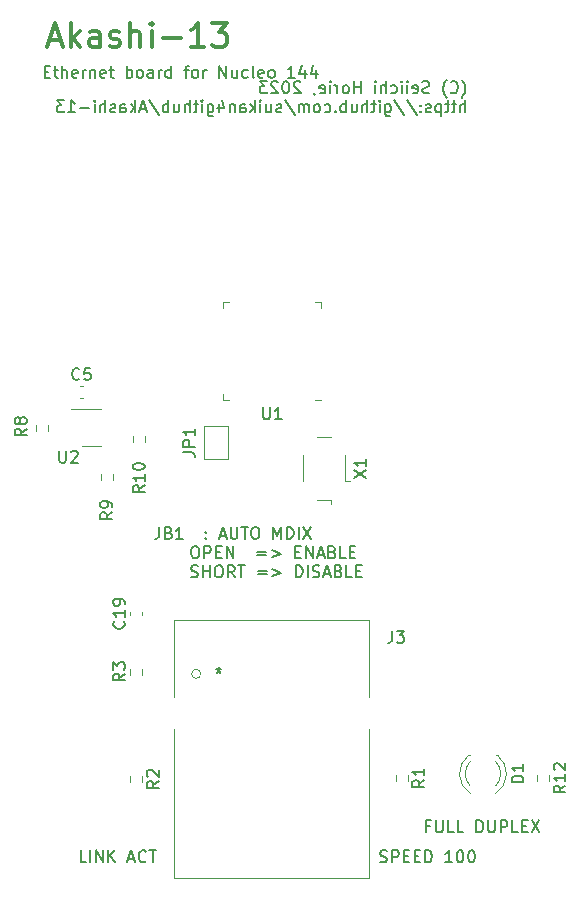
<source format=gbr>
%TF.GenerationSoftware,KiCad,Pcbnew,7.0.1-3b83917a11~172~ubuntu22.04.1*%
%TF.CreationDate,2023-03-26T14:08:46+09:00*%
%TF.ProjectId,Akashi-13,416b6173-6869-42d3-9133-2e6b69636164,rev?*%
%TF.SameCoordinates,Original*%
%TF.FileFunction,Legend,Top*%
%TF.FilePolarity,Positive*%
%FSLAX46Y46*%
G04 Gerber Fmt 4.6, Leading zero omitted, Abs format (unit mm)*
G04 Created by KiCad (PCBNEW 7.0.1-3b83917a11~172~ubuntu22.04.1) date 2023-03-26 14:08:46*
%MOMM*%
%LPD*%
G01*
G04 APERTURE LIST*
%ADD10C,0.150000*%
%ADD11C,0.300000*%
%ADD12C,0.120000*%
G04 APERTURE END LIST*
D10*
X148066190Y-88808571D02*
X148113809Y-88760952D01*
X148113809Y-88760952D02*
X148209047Y-88618095D01*
X148209047Y-88618095D02*
X148256666Y-88522857D01*
X148256666Y-88522857D02*
X148304285Y-88380000D01*
X148304285Y-88380000D02*
X148351904Y-88141904D01*
X148351904Y-88141904D02*
X148351904Y-87951428D01*
X148351904Y-87951428D02*
X148304285Y-87713333D01*
X148304285Y-87713333D02*
X148256666Y-87570476D01*
X148256666Y-87570476D02*
X148209047Y-87475238D01*
X148209047Y-87475238D02*
X148113809Y-87332380D01*
X148113809Y-87332380D02*
X148066190Y-87284761D01*
X147113809Y-88332380D02*
X147161428Y-88380000D01*
X147161428Y-88380000D02*
X147304285Y-88427619D01*
X147304285Y-88427619D02*
X147399523Y-88427619D01*
X147399523Y-88427619D02*
X147542380Y-88380000D01*
X147542380Y-88380000D02*
X147637618Y-88284761D01*
X147637618Y-88284761D02*
X147685237Y-88189523D01*
X147685237Y-88189523D02*
X147732856Y-87999047D01*
X147732856Y-87999047D02*
X147732856Y-87856190D01*
X147732856Y-87856190D02*
X147685237Y-87665714D01*
X147685237Y-87665714D02*
X147637618Y-87570476D01*
X147637618Y-87570476D02*
X147542380Y-87475238D01*
X147542380Y-87475238D02*
X147399523Y-87427619D01*
X147399523Y-87427619D02*
X147304285Y-87427619D01*
X147304285Y-87427619D02*
X147161428Y-87475238D01*
X147161428Y-87475238D02*
X147113809Y-87522857D01*
X146780475Y-88808571D02*
X146732856Y-88760952D01*
X146732856Y-88760952D02*
X146637618Y-88618095D01*
X146637618Y-88618095D02*
X146589999Y-88522857D01*
X146589999Y-88522857D02*
X146542380Y-88380000D01*
X146542380Y-88380000D02*
X146494761Y-88141904D01*
X146494761Y-88141904D02*
X146494761Y-87951428D01*
X146494761Y-87951428D02*
X146542380Y-87713333D01*
X146542380Y-87713333D02*
X146589999Y-87570476D01*
X146589999Y-87570476D02*
X146637618Y-87475238D01*
X146637618Y-87475238D02*
X146732856Y-87332380D01*
X146732856Y-87332380D02*
X146780475Y-87284761D01*
X145304284Y-88380000D02*
X145161427Y-88427619D01*
X145161427Y-88427619D02*
X144923332Y-88427619D01*
X144923332Y-88427619D02*
X144828094Y-88380000D01*
X144828094Y-88380000D02*
X144780475Y-88332380D01*
X144780475Y-88332380D02*
X144732856Y-88237142D01*
X144732856Y-88237142D02*
X144732856Y-88141904D01*
X144732856Y-88141904D02*
X144780475Y-88046666D01*
X144780475Y-88046666D02*
X144828094Y-87999047D01*
X144828094Y-87999047D02*
X144923332Y-87951428D01*
X144923332Y-87951428D02*
X145113808Y-87903809D01*
X145113808Y-87903809D02*
X145209046Y-87856190D01*
X145209046Y-87856190D02*
X145256665Y-87808571D01*
X145256665Y-87808571D02*
X145304284Y-87713333D01*
X145304284Y-87713333D02*
X145304284Y-87618095D01*
X145304284Y-87618095D02*
X145256665Y-87522857D01*
X145256665Y-87522857D02*
X145209046Y-87475238D01*
X145209046Y-87475238D02*
X145113808Y-87427619D01*
X145113808Y-87427619D02*
X144875713Y-87427619D01*
X144875713Y-87427619D02*
X144732856Y-87475238D01*
X143923332Y-88380000D02*
X144018570Y-88427619D01*
X144018570Y-88427619D02*
X144209046Y-88427619D01*
X144209046Y-88427619D02*
X144304284Y-88380000D01*
X144304284Y-88380000D02*
X144351903Y-88284761D01*
X144351903Y-88284761D02*
X144351903Y-87903809D01*
X144351903Y-87903809D02*
X144304284Y-87808571D01*
X144304284Y-87808571D02*
X144209046Y-87760952D01*
X144209046Y-87760952D02*
X144018570Y-87760952D01*
X144018570Y-87760952D02*
X143923332Y-87808571D01*
X143923332Y-87808571D02*
X143875713Y-87903809D01*
X143875713Y-87903809D02*
X143875713Y-87999047D01*
X143875713Y-87999047D02*
X144351903Y-88094285D01*
X143447141Y-88427619D02*
X143447141Y-87760952D01*
X143447141Y-87427619D02*
X143494760Y-87475238D01*
X143494760Y-87475238D02*
X143447141Y-87522857D01*
X143447141Y-87522857D02*
X143399522Y-87475238D01*
X143399522Y-87475238D02*
X143447141Y-87427619D01*
X143447141Y-87427619D02*
X143447141Y-87522857D01*
X142970951Y-88427619D02*
X142970951Y-87760952D01*
X142970951Y-87427619D02*
X143018570Y-87475238D01*
X143018570Y-87475238D02*
X142970951Y-87522857D01*
X142970951Y-87522857D02*
X142923332Y-87475238D01*
X142923332Y-87475238D02*
X142970951Y-87427619D01*
X142970951Y-87427619D02*
X142970951Y-87522857D01*
X142066190Y-88380000D02*
X142161428Y-88427619D01*
X142161428Y-88427619D02*
X142351904Y-88427619D01*
X142351904Y-88427619D02*
X142447142Y-88380000D01*
X142447142Y-88380000D02*
X142494761Y-88332380D01*
X142494761Y-88332380D02*
X142542380Y-88237142D01*
X142542380Y-88237142D02*
X142542380Y-87951428D01*
X142542380Y-87951428D02*
X142494761Y-87856190D01*
X142494761Y-87856190D02*
X142447142Y-87808571D01*
X142447142Y-87808571D02*
X142351904Y-87760952D01*
X142351904Y-87760952D02*
X142161428Y-87760952D01*
X142161428Y-87760952D02*
X142066190Y-87808571D01*
X141637618Y-88427619D02*
X141637618Y-87427619D01*
X141209047Y-88427619D02*
X141209047Y-87903809D01*
X141209047Y-87903809D02*
X141256666Y-87808571D01*
X141256666Y-87808571D02*
X141351904Y-87760952D01*
X141351904Y-87760952D02*
X141494761Y-87760952D01*
X141494761Y-87760952D02*
X141589999Y-87808571D01*
X141589999Y-87808571D02*
X141637618Y-87856190D01*
X140732856Y-88427619D02*
X140732856Y-87760952D01*
X140732856Y-87427619D02*
X140780475Y-87475238D01*
X140780475Y-87475238D02*
X140732856Y-87522857D01*
X140732856Y-87522857D02*
X140685237Y-87475238D01*
X140685237Y-87475238D02*
X140732856Y-87427619D01*
X140732856Y-87427619D02*
X140732856Y-87522857D01*
X139494761Y-88427619D02*
X139494761Y-87427619D01*
X139494761Y-87903809D02*
X138923333Y-87903809D01*
X138923333Y-88427619D02*
X138923333Y-87427619D01*
X138304285Y-88427619D02*
X138399523Y-88380000D01*
X138399523Y-88380000D02*
X138447142Y-88332380D01*
X138447142Y-88332380D02*
X138494761Y-88237142D01*
X138494761Y-88237142D02*
X138494761Y-87951428D01*
X138494761Y-87951428D02*
X138447142Y-87856190D01*
X138447142Y-87856190D02*
X138399523Y-87808571D01*
X138399523Y-87808571D02*
X138304285Y-87760952D01*
X138304285Y-87760952D02*
X138161428Y-87760952D01*
X138161428Y-87760952D02*
X138066190Y-87808571D01*
X138066190Y-87808571D02*
X138018571Y-87856190D01*
X138018571Y-87856190D02*
X137970952Y-87951428D01*
X137970952Y-87951428D02*
X137970952Y-88237142D01*
X137970952Y-88237142D02*
X138018571Y-88332380D01*
X138018571Y-88332380D02*
X138066190Y-88380000D01*
X138066190Y-88380000D02*
X138161428Y-88427619D01*
X138161428Y-88427619D02*
X138304285Y-88427619D01*
X137542380Y-88427619D02*
X137542380Y-87760952D01*
X137542380Y-87951428D02*
X137494761Y-87856190D01*
X137494761Y-87856190D02*
X137447142Y-87808571D01*
X137447142Y-87808571D02*
X137351904Y-87760952D01*
X137351904Y-87760952D02*
X137256666Y-87760952D01*
X136923332Y-88427619D02*
X136923332Y-87760952D01*
X136923332Y-87427619D02*
X136970951Y-87475238D01*
X136970951Y-87475238D02*
X136923332Y-87522857D01*
X136923332Y-87522857D02*
X136875713Y-87475238D01*
X136875713Y-87475238D02*
X136923332Y-87427619D01*
X136923332Y-87427619D02*
X136923332Y-87522857D01*
X136066190Y-88380000D02*
X136161428Y-88427619D01*
X136161428Y-88427619D02*
X136351904Y-88427619D01*
X136351904Y-88427619D02*
X136447142Y-88380000D01*
X136447142Y-88380000D02*
X136494761Y-88284761D01*
X136494761Y-88284761D02*
X136494761Y-87903809D01*
X136494761Y-87903809D02*
X136447142Y-87808571D01*
X136447142Y-87808571D02*
X136351904Y-87760952D01*
X136351904Y-87760952D02*
X136161428Y-87760952D01*
X136161428Y-87760952D02*
X136066190Y-87808571D01*
X136066190Y-87808571D02*
X136018571Y-87903809D01*
X136018571Y-87903809D02*
X136018571Y-87999047D01*
X136018571Y-87999047D02*
X136494761Y-88094285D01*
X135542380Y-88380000D02*
X135542380Y-88427619D01*
X135542380Y-88427619D02*
X135589999Y-88522857D01*
X135589999Y-88522857D02*
X135637618Y-88570476D01*
X134399523Y-87522857D02*
X134351904Y-87475238D01*
X134351904Y-87475238D02*
X134256666Y-87427619D01*
X134256666Y-87427619D02*
X134018571Y-87427619D01*
X134018571Y-87427619D02*
X133923333Y-87475238D01*
X133923333Y-87475238D02*
X133875714Y-87522857D01*
X133875714Y-87522857D02*
X133828095Y-87618095D01*
X133828095Y-87618095D02*
X133828095Y-87713333D01*
X133828095Y-87713333D02*
X133875714Y-87856190D01*
X133875714Y-87856190D02*
X134447142Y-88427619D01*
X134447142Y-88427619D02*
X133828095Y-88427619D01*
X133209047Y-87427619D02*
X133113809Y-87427619D01*
X133113809Y-87427619D02*
X133018571Y-87475238D01*
X133018571Y-87475238D02*
X132970952Y-87522857D01*
X132970952Y-87522857D02*
X132923333Y-87618095D01*
X132923333Y-87618095D02*
X132875714Y-87808571D01*
X132875714Y-87808571D02*
X132875714Y-88046666D01*
X132875714Y-88046666D02*
X132923333Y-88237142D01*
X132923333Y-88237142D02*
X132970952Y-88332380D01*
X132970952Y-88332380D02*
X133018571Y-88380000D01*
X133018571Y-88380000D02*
X133113809Y-88427619D01*
X133113809Y-88427619D02*
X133209047Y-88427619D01*
X133209047Y-88427619D02*
X133304285Y-88380000D01*
X133304285Y-88380000D02*
X133351904Y-88332380D01*
X133351904Y-88332380D02*
X133399523Y-88237142D01*
X133399523Y-88237142D02*
X133447142Y-88046666D01*
X133447142Y-88046666D02*
X133447142Y-87808571D01*
X133447142Y-87808571D02*
X133399523Y-87618095D01*
X133399523Y-87618095D02*
X133351904Y-87522857D01*
X133351904Y-87522857D02*
X133304285Y-87475238D01*
X133304285Y-87475238D02*
X133209047Y-87427619D01*
X132494761Y-87522857D02*
X132447142Y-87475238D01*
X132447142Y-87475238D02*
X132351904Y-87427619D01*
X132351904Y-87427619D02*
X132113809Y-87427619D01*
X132113809Y-87427619D02*
X132018571Y-87475238D01*
X132018571Y-87475238D02*
X131970952Y-87522857D01*
X131970952Y-87522857D02*
X131923333Y-87618095D01*
X131923333Y-87618095D02*
X131923333Y-87713333D01*
X131923333Y-87713333D02*
X131970952Y-87856190D01*
X131970952Y-87856190D02*
X132542380Y-88427619D01*
X132542380Y-88427619D02*
X131923333Y-88427619D01*
X131589999Y-87427619D02*
X130970952Y-87427619D01*
X130970952Y-87427619D02*
X131304285Y-87808571D01*
X131304285Y-87808571D02*
X131161428Y-87808571D01*
X131161428Y-87808571D02*
X131066190Y-87856190D01*
X131066190Y-87856190D02*
X131018571Y-87903809D01*
X131018571Y-87903809D02*
X130970952Y-87999047D01*
X130970952Y-87999047D02*
X130970952Y-88237142D01*
X130970952Y-88237142D02*
X131018571Y-88332380D01*
X131018571Y-88332380D02*
X131066190Y-88380000D01*
X131066190Y-88380000D02*
X131161428Y-88427619D01*
X131161428Y-88427619D02*
X131447142Y-88427619D01*
X131447142Y-88427619D02*
X131542380Y-88380000D01*
X131542380Y-88380000D02*
X131589999Y-88332380D01*
X148351904Y-90047619D02*
X148351904Y-89047619D01*
X147923333Y-90047619D02*
X147923333Y-89523809D01*
X147923333Y-89523809D02*
X147970952Y-89428571D01*
X147970952Y-89428571D02*
X148066190Y-89380952D01*
X148066190Y-89380952D02*
X148209047Y-89380952D01*
X148209047Y-89380952D02*
X148304285Y-89428571D01*
X148304285Y-89428571D02*
X148351904Y-89476190D01*
X147589999Y-89380952D02*
X147209047Y-89380952D01*
X147447142Y-89047619D02*
X147447142Y-89904761D01*
X147447142Y-89904761D02*
X147399523Y-90000000D01*
X147399523Y-90000000D02*
X147304285Y-90047619D01*
X147304285Y-90047619D02*
X147209047Y-90047619D01*
X147018570Y-89380952D02*
X146637618Y-89380952D01*
X146875713Y-89047619D02*
X146875713Y-89904761D01*
X146875713Y-89904761D02*
X146828094Y-90000000D01*
X146828094Y-90000000D02*
X146732856Y-90047619D01*
X146732856Y-90047619D02*
X146637618Y-90047619D01*
X146304284Y-89380952D02*
X146304284Y-90380952D01*
X146304284Y-89428571D02*
X146209046Y-89380952D01*
X146209046Y-89380952D02*
X146018570Y-89380952D01*
X146018570Y-89380952D02*
X145923332Y-89428571D01*
X145923332Y-89428571D02*
X145875713Y-89476190D01*
X145875713Y-89476190D02*
X145828094Y-89571428D01*
X145828094Y-89571428D02*
X145828094Y-89857142D01*
X145828094Y-89857142D02*
X145875713Y-89952380D01*
X145875713Y-89952380D02*
X145923332Y-90000000D01*
X145923332Y-90000000D02*
X146018570Y-90047619D01*
X146018570Y-90047619D02*
X146209046Y-90047619D01*
X146209046Y-90047619D02*
X146304284Y-90000000D01*
X145447141Y-90000000D02*
X145351903Y-90047619D01*
X145351903Y-90047619D02*
X145161427Y-90047619D01*
X145161427Y-90047619D02*
X145066189Y-90000000D01*
X145066189Y-90000000D02*
X145018570Y-89904761D01*
X145018570Y-89904761D02*
X145018570Y-89857142D01*
X145018570Y-89857142D02*
X145066189Y-89761904D01*
X145066189Y-89761904D02*
X145161427Y-89714285D01*
X145161427Y-89714285D02*
X145304284Y-89714285D01*
X145304284Y-89714285D02*
X145399522Y-89666666D01*
X145399522Y-89666666D02*
X145447141Y-89571428D01*
X145447141Y-89571428D02*
X145447141Y-89523809D01*
X145447141Y-89523809D02*
X145399522Y-89428571D01*
X145399522Y-89428571D02*
X145304284Y-89380952D01*
X145304284Y-89380952D02*
X145161427Y-89380952D01*
X145161427Y-89380952D02*
X145066189Y-89428571D01*
X144589998Y-89952380D02*
X144542379Y-90000000D01*
X144542379Y-90000000D02*
X144589998Y-90047619D01*
X144589998Y-90047619D02*
X144637617Y-90000000D01*
X144637617Y-90000000D02*
X144589998Y-89952380D01*
X144589998Y-89952380D02*
X144589998Y-90047619D01*
X144589998Y-89428571D02*
X144542379Y-89476190D01*
X144542379Y-89476190D02*
X144589998Y-89523809D01*
X144589998Y-89523809D02*
X144637617Y-89476190D01*
X144637617Y-89476190D02*
X144589998Y-89428571D01*
X144589998Y-89428571D02*
X144589998Y-89523809D01*
X143399523Y-89000000D02*
X144256665Y-90285714D01*
X142351904Y-89000000D02*
X143209046Y-90285714D01*
X141589999Y-89380952D02*
X141589999Y-90190476D01*
X141589999Y-90190476D02*
X141637618Y-90285714D01*
X141637618Y-90285714D02*
X141685237Y-90333333D01*
X141685237Y-90333333D02*
X141780475Y-90380952D01*
X141780475Y-90380952D02*
X141923332Y-90380952D01*
X141923332Y-90380952D02*
X142018570Y-90333333D01*
X141589999Y-90000000D02*
X141685237Y-90047619D01*
X141685237Y-90047619D02*
X141875713Y-90047619D01*
X141875713Y-90047619D02*
X141970951Y-90000000D01*
X141970951Y-90000000D02*
X142018570Y-89952380D01*
X142018570Y-89952380D02*
X142066189Y-89857142D01*
X142066189Y-89857142D02*
X142066189Y-89571428D01*
X142066189Y-89571428D02*
X142018570Y-89476190D01*
X142018570Y-89476190D02*
X141970951Y-89428571D01*
X141970951Y-89428571D02*
X141875713Y-89380952D01*
X141875713Y-89380952D02*
X141685237Y-89380952D01*
X141685237Y-89380952D02*
X141589999Y-89428571D01*
X141113808Y-90047619D02*
X141113808Y-89380952D01*
X141113808Y-89047619D02*
X141161427Y-89095238D01*
X141161427Y-89095238D02*
X141113808Y-89142857D01*
X141113808Y-89142857D02*
X141066189Y-89095238D01*
X141066189Y-89095238D02*
X141113808Y-89047619D01*
X141113808Y-89047619D02*
X141113808Y-89142857D01*
X140780475Y-89380952D02*
X140399523Y-89380952D01*
X140637618Y-89047619D02*
X140637618Y-89904761D01*
X140637618Y-89904761D02*
X140589999Y-90000000D01*
X140589999Y-90000000D02*
X140494761Y-90047619D01*
X140494761Y-90047619D02*
X140399523Y-90047619D01*
X140066189Y-90047619D02*
X140066189Y-89047619D01*
X139637618Y-90047619D02*
X139637618Y-89523809D01*
X139637618Y-89523809D02*
X139685237Y-89428571D01*
X139685237Y-89428571D02*
X139780475Y-89380952D01*
X139780475Y-89380952D02*
X139923332Y-89380952D01*
X139923332Y-89380952D02*
X140018570Y-89428571D01*
X140018570Y-89428571D02*
X140066189Y-89476190D01*
X138732856Y-89380952D02*
X138732856Y-90047619D01*
X139161427Y-89380952D02*
X139161427Y-89904761D01*
X139161427Y-89904761D02*
X139113808Y-90000000D01*
X139113808Y-90000000D02*
X139018570Y-90047619D01*
X139018570Y-90047619D02*
X138875713Y-90047619D01*
X138875713Y-90047619D02*
X138780475Y-90000000D01*
X138780475Y-90000000D02*
X138732856Y-89952380D01*
X138256665Y-90047619D02*
X138256665Y-89047619D01*
X138256665Y-89428571D02*
X138161427Y-89380952D01*
X138161427Y-89380952D02*
X137970951Y-89380952D01*
X137970951Y-89380952D02*
X137875713Y-89428571D01*
X137875713Y-89428571D02*
X137828094Y-89476190D01*
X137828094Y-89476190D02*
X137780475Y-89571428D01*
X137780475Y-89571428D02*
X137780475Y-89857142D01*
X137780475Y-89857142D02*
X137828094Y-89952380D01*
X137828094Y-89952380D02*
X137875713Y-90000000D01*
X137875713Y-90000000D02*
X137970951Y-90047619D01*
X137970951Y-90047619D02*
X138161427Y-90047619D01*
X138161427Y-90047619D02*
X138256665Y-90000000D01*
X137351903Y-89952380D02*
X137304284Y-90000000D01*
X137304284Y-90000000D02*
X137351903Y-90047619D01*
X137351903Y-90047619D02*
X137399522Y-90000000D01*
X137399522Y-90000000D02*
X137351903Y-89952380D01*
X137351903Y-89952380D02*
X137351903Y-90047619D01*
X136447142Y-90000000D02*
X136542380Y-90047619D01*
X136542380Y-90047619D02*
X136732856Y-90047619D01*
X136732856Y-90047619D02*
X136828094Y-90000000D01*
X136828094Y-90000000D02*
X136875713Y-89952380D01*
X136875713Y-89952380D02*
X136923332Y-89857142D01*
X136923332Y-89857142D02*
X136923332Y-89571428D01*
X136923332Y-89571428D02*
X136875713Y-89476190D01*
X136875713Y-89476190D02*
X136828094Y-89428571D01*
X136828094Y-89428571D02*
X136732856Y-89380952D01*
X136732856Y-89380952D02*
X136542380Y-89380952D01*
X136542380Y-89380952D02*
X136447142Y-89428571D01*
X135875713Y-90047619D02*
X135970951Y-90000000D01*
X135970951Y-90000000D02*
X136018570Y-89952380D01*
X136018570Y-89952380D02*
X136066189Y-89857142D01*
X136066189Y-89857142D02*
X136066189Y-89571428D01*
X136066189Y-89571428D02*
X136018570Y-89476190D01*
X136018570Y-89476190D02*
X135970951Y-89428571D01*
X135970951Y-89428571D02*
X135875713Y-89380952D01*
X135875713Y-89380952D02*
X135732856Y-89380952D01*
X135732856Y-89380952D02*
X135637618Y-89428571D01*
X135637618Y-89428571D02*
X135589999Y-89476190D01*
X135589999Y-89476190D02*
X135542380Y-89571428D01*
X135542380Y-89571428D02*
X135542380Y-89857142D01*
X135542380Y-89857142D02*
X135589999Y-89952380D01*
X135589999Y-89952380D02*
X135637618Y-90000000D01*
X135637618Y-90000000D02*
X135732856Y-90047619D01*
X135732856Y-90047619D02*
X135875713Y-90047619D01*
X135113808Y-90047619D02*
X135113808Y-89380952D01*
X135113808Y-89476190D02*
X135066189Y-89428571D01*
X135066189Y-89428571D02*
X134970951Y-89380952D01*
X134970951Y-89380952D02*
X134828094Y-89380952D01*
X134828094Y-89380952D02*
X134732856Y-89428571D01*
X134732856Y-89428571D02*
X134685237Y-89523809D01*
X134685237Y-89523809D02*
X134685237Y-90047619D01*
X134685237Y-89523809D02*
X134637618Y-89428571D01*
X134637618Y-89428571D02*
X134542380Y-89380952D01*
X134542380Y-89380952D02*
X134399523Y-89380952D01*
X134399523Y-89380952D02*
X134304284Y-89428571D01*
X134304284Y-89428571D02*
X134256665Y-89523809D01*
X134256665Y-89523809D02*
X134256665Y-90047619D01*
X133066190Y-89000000D02*
X133923332Y-90285714D01*
X132780475Y-90000000D02*
X132685237Y-90047619D01*
X132685237Y-90047619D02*
X132494761Y-90047619D01*
X132494761Y-90047619D02*
X132399523Y-90000000D01*
X132399523Y-90000000D02*
X132351904Y-89904761D01*
X132351904Y-89904761D02*
X132351904Y-89857142D01*
X132351904Y-89857142D02*
X132399523Y-89761904D01*
X132399523Y-89761904D02*
X132494761Y-89714285D01*
X132494761Y-89714285D02*
X132637618Y-89714285D01*
X132637618Y-89714285D02*
X132732856Y-89666666D01*
X132732856Y-89666666D02*
X132780475Y-89571428D01*
X132780475Y-89571428D02*
X132780475Y-89523809D01*
X132780475Y-89523809D02*
X132732856Y-89428571D01*
X132732856Y-89428571D02*
X132637618Y-89380952D01*
X132637618Y-89380952D02*
X132494761Y-89380952D01*
X132494761Y-89380952D02*
X132399523Y-89428571D01*
X131494761Y-89380952D02*
X131494761Y-90047619D01*
X131923332Y-89380952D02*
X131923332Y-89904761D01*
X131923332Y-89904761D02*
X131875713Y-90000000D01*
X131875713Y-90000000D02*
X131780475Y-90047619D01*
X131780475Y-90047619D02*
X131637618Y-90047619D01*
X131637618Y-90047619D02*
X131542380Y-90000000D01*
X131542380Y-90000000D02*
X131494761Y-89952380D01*
X131018570Y-90047619D02*
X131018570Y-89380952D01*
X131018570Y-89047619D02*
X131066189Y-89095238D01*
X131066189Y-89095238D02*
X131018570Y-89142857D01*
X131018570Y-89142857D02*
X130970951Y-89095238D01*
X130970951Y-89095238D02*
X131018570Y-89047619D01*
X131018570Y-89047619D02*
X131018570Y-89142857D01*
X130542380Y-90047619D02*
X130542380Y-89047619D01*
X130447142Y-89666666D02*
X130161428Y-90047619D01*
X130161428Y-89380952D02*
X130542380Y-89761904D01*
X129304285Y-90047619D02*
X129304285Y-89523809D01*
X129304285Y-89523809D02*
X129351904Y-89428571D01*
X129351904Y-89428571D02*
X129447142Y-89380952D01*
X129447142Y-89380952D02*
X129637618Y-89380952D01*
X129637618Y-89380952D02*
X129732856Y-89428571D01*
X129304285Y-90000000D02*
X129399523Y-90047619D01*
X129399523Y-90047619D02*
X129637618Y-90047619D01*
X129637618Y-90047619D02*
X129732856Y-90000000D01*
X129732856Y-90000000D02*
X129780475Y-89904761D01*
X129780475Y-89904761D02*
X129780475Y-89809523D01*
X129780475Y-89809523D02*
X129732856Y-89714285D01*
X129732856Y-89714285D02*
X129637618Y-89666666D01*
X129637618Y-89666666D02*
X129399523Y-89666666D01*
X129399523Y-89666666D02*
X129304285Y-89619047D01*
X128828094Y-89380952D02*
X128828094Y-90047619D01*
X128828094Y-89476190D02*
X128780475Y-89428571D01*
X128780475Y-89428571D02*
X128685237Y-89380952D01*
X128685237Y-89380952D02*
X128542380Y-89380952D01*
X128542380Y-89380952D02*
X128447142Y-89428571D01*
X128447142Y-89428571D02*
X128399523Y-89523809D01*
X128399523Y-89523809D02*
X128399523Y-90047619D01*
X127494761Y-89380952D02*
X127494761Y-90047619D01*
X127732856Y-89000000D02*
X127970951Y-89714285D01*
X127970951Y-89714285D02*
X127351904Y-89714285D01*
X126542380Y-89380952D02*
X126542380Y-90190476D01*
X126542380Y-90190476D02*
X126589999Y-90285714D01*
X126589999Y-90285714D02*
X126637618Y-90333333D01*
X126637618Y-90333333D02*
X126732856Y-90380952D01*
X126732856Y-90380952D02*
X126875713Y-90380952D01*
X126875713Y-90380952D02*
X126970951Y-90333333D01*
X126542380Y-90000000D02*
X126637618Y-90047619D01*
X126637618Y-90047619D02*
X126828094Y-90047619D01*
X126828094Y-90047619D02*
X126923332Y-90000000D01*
X126923332Y-90000000D02*
X126970951Y-89952380D01*
X126970951Y-89952380D02*
X127018570Y-89857142D01*
X127018570Y-89857142D02*
X127018570Y-89571428D01*
X127018570Y-89571428D02*
X126970951Y-89476190D01*
X126970951Y-89476190D02*
X126923332Y-89428571D01*
X126923332Y-89428571D02*
X126828094Y-89380952D01*
X126828094Y-89380952D02*
X126637618Y-89380952D01*
X126637618Y-89380952D02*
X126542380Y-89428571D01*
X126066189Y-90047619D02*
X126066189Y-89380952D01*
X126066189Y-89047619D02*
X126113808Y-89095238D01*
X126113808Y-89095238D02*
X126066189Y-89142857D01*
X126066189Y-89142857D02*
X126018570Y-89095238D01*
X126018570Y-89095238D02*
X126066189Y-89047619D01*
X126066189Y-89047619D02*
X126066189Y-89142857D01*
X125732856Y-89380952D02*
X125351904Y-89380952D01*
X125589999Y-89047619D02*
X125589999Y-89904761D01*
X125589999Y-89904761D02*
X125542380Y-90000000D01*
X125542380Y-90000000D02*
X125447142Y-90047619D01*
X125447142Y-90047619D02*
X125351904Y-90047619D01*
X125018570Y-90047619D02*
X125018570Y-89047619D01*
X124589999Y-90047619D02*
X124589999Y-89523809D01*
X124589999Y-89523809D02*
X124637618Y-89428571D01*
X124637618Y-89428571D02*
X124732856Y-89380952D01*
X124732856Y-89380952D02*
X124875713Y-89380952D01*
X124875713Y-89380952D02*
X124970951Y-89428571D01*
X124970951Y-89428571D02*
X125018570Y-89476190D01*
X123685237Y-89380952D02*
X123685237Y-90047619D01*
X124113808Y-89380952D02*
X124113808Y-89904761D01*
X124113808Y-89904761D02*
X124066189Y-90000000D01*
X124066189Y-90000000D02*
X123970951Y-90047619D01*
X123970951Y-90047619D02*
X123828094Y-90047619D01*
X123828094Y-90047619D02*
X123732856Y-90000000D01*
X123732856Y-90000000D02*
X123685237Y-89952380D01*
X123209046Y-90047619D02*
X123209046Y-89047619D01*
X123209046Y-89428571D02*
X123113808Y-89380952D01*
X123113808Y-89380952D02*
X122923332Y-89380952D01*
X122923332Y-89380952D02*
X122828094Y-89428571D01*
X122828094Y-89428571D02*
X122780475Y-89476190D01*
X122780475Y-89476190D02*
X122732856Y-89571428D01*
X122732856Y-89571428D02*
X122732856Y-89857142D01*
X122732856Y-89857142D02*
X122780475Y-89952380D01*
X122780475Y-89952380D02*
X122828094Y-90000000D01*
X122828094Y-90000000D02*
X122923332Y-90047619D01*
X122923332Y-90047619D02*
X123113808Y-90047619D01*
X123113808Y-90047619D02*
X123209046Y-90000000D01*
X121589999Y-89000000D02*
X122447141Y-90285714D01*
X121304284Y-89761904D02*
X120828094Y-89761904D01*
X121399522Y-90047619D02*
X121066189Y-89047619D01*
X121066189Y-89047619D02*
X120732856Y-90047619D01*
X120399522Y-90047619D02*
X120399522Y-89047619D01*
X120304284Y-89666666D02*
X120018570Y-90047619D01*
X120018570Y-89380952D02*
X120399522Y-89761904D01*
X119161427Y-90047619D02*
X119161427Y-89523809D01*
X119161427Y-89523809D02*
X119209046Y-89428571D01*
X119209046Y-89428571D02*
X119304284Y-89380952D01*
X119304284Y-89380952D02*
X119494760Y-89380952D01*
X119494760Y-89380952D02*
X119589998Y-89428571D01*
X119161427Y-90000000D02*
X119256665Y-90047619D01*
X119256665Y-90047619D02*
X119494760Y-90047619D01*
X119494760Y-90047619D02*
X119589998Y-90000000D01*
X119589998Y-90000000D02*
X119637617Y-89904761D01*
X119637617Y-89904761D02*
X119637617Y-89809523D01*
X119637617Y-89809523D02*
X119589998Y-89714285D01*
X119589998Y-89714285D02*
X119494760Y-89666666D01*
X119494760Y-89666666D02*
X119256665Y-89666666D01*
X119256665Y-89666666D02*
X119161427Y-89619047D01*
X118732855Y-90000000D02*
X118637617Y-90047619D01*
X118637617Y-90047619D02*
X118447141Y-90047619D01*
X118447141Y-90047619D02*
X118351903Y-90000000D01*
X118351903Y-90000000D02*
X118304284Y-89904761D01*
X118304284Y-89904761D02*
X118304284Y-89857142D01*
X118304284Y-89857142D02*
X118351903Y-89761904D01*
X118351903Y-89761904D02*
X118447141Y-89714285D01*
X118447141Y-89714285D02*
X118589998Y-89714285D01*
X118589998Y-89714285D02*
X118685236Y-89666666D01*
X118685236Y-89666666D02*
X118732855Y-89571428D01*
X118732855Y-89571428D02*
X118732855Y-89523809D01*
X118732855Y-89523809D02*
X118685236Y-89428571D01*
X118685236Y-89428571D02*
X118589998Y-89380952D01*
X118589998Y-89380952D02*
X118447141Y-89380952D01*
X118447141Y-89380952D02*
X118351903Y-89428571D01*
X117875712Y-90047619D02*
X117875712Y-89047619D01*
X117447141Y-90047619D02*
X117447141Y-89523809D01*
X117447141Y-89523809D02*
X117494760Y-89428571D01*
X117494760Y-89428571D02*
X117589998Y-89380952D01*
X117589998Y-89380952D02*
X117732855Y-89380952D01*
X117732855Y-89380952D02*
X117828093Y-89428571D01*
X117828093Y-89428571D02*
X117875712Y-89476190D01*
X116970950Y-90047619D02*
X116970950Y-89380952D01*
X116970950Y-89047619D02*
X117018569Y-89095238D01*
X117018569Y-89095238D02*
X116970950Y-89142857D01*
X116970950Y-89142857D02*
X116923331Y-89095238D01*
X116923331Y-89095238D02*
X116970950Y-89047619D01*
X116970950Y-89047619D02*
X116970950Y-89142857D01*
X116494760Y-89666666D02*
X115732856Y-89666666D01*
X114732856Y-90047619D02*
X115304284Y-90047619D01*
X115018570Y-90047619D02*
X115018570Y-89047619D01*
X115018570Y-89047619D02*
X115113808Y-89190476D01*
X115113808Y-89190476D02*
X115209046Y-89285714D01*
X115209046Y-89285714D02*
X115304284Y-89333333D01*
X114399522Y-89047619D02*
X113780475Y-89047619D01*
X113780475Y-89047619D02*
X114113808Y-89428571D01*
X114113808Y-89428571D02*
X113970951Y-89428571D01*
X113970951Y-89428571D02*
X113875713Y-89476190D01*
X113875713Y-89476190D02*
X113828094Y-89523809D01*
X113828094Y-89523809D02*
X113780475Y-89619047D01*
X113780475Y-89619047D02*
X113780475Y-89857142D01*
X113780475Y-89857142D02*
X113828094Y-89952380D01*
X113828094Y-89952380D02*
X113875713Y-90000000D01*
X113875713Y-90000000D02*
X113970951Y-90047619D01*
X113970951Y-90047619D02*
X114256665Y-90047619D01*
X114256665Y-90047619D02*
X114351903Y-90000000D01*
X114351903Y-90000000D02*
X114399522Y-89952380D01*
X122443809Y-125177619D02*
X122443809Y-125891904D01*
X122443809Y-125891904D02*
X122396190Y-126034761D01*
X122396190Y-126034761D02*
X122300952Y-126130000D01*
X122300952Y-126130000D02*
X122158095Y-126177619D01*
X122158095Y-126177619D02*
X122062857Y-126177619D01*
X123253333Y-125653809D02*
X123396190Y-125701428D01*
X123396190Y-125701428D02*
X123443809Y-125749047D01*
X123443809Y-125749047D02*
X123491428Y-125844285D01*
X123491428Y-125844285D02*
X123491428Y-125987142D01*
X123491428Y-125987142D02*
X123443809Y-126082380D01*
X123443809Y-126082380D02*
X123396190Y-126130000D01*
X123396190Y-126130000D02*
X123300952Y-126177619D01*
X123300952Y-126177619D02*
X122920000Y-126177619D01*
X122920000Y-126177619D02*
X122920000Y-125177619D01*
X122920000Y-125177619D02*
X123253333Y-125177619D01*
X123253333Y-125177619D02*
X123348571Y-125225238D01*
X123348571Y-125225238D02*
X123396190Y-125272857D01*
X123396190Y-125272857D02*
X123443809Y-125368095D01*
X123443809Y-125368095D02*
X123443809Y-125463333D01*
X123443809Y-125463333D02*
X123396190Y-125558571D01*
X123396190Y-125558571D02*
X123348571Y-125606190D01*
X123348571Y-125606190D02*
X123253333Y-125653809D01*
X123253333Y-125653809D02*
X122920000Y-125653809D01*
X124443809Y-126177619D02*
X123872381Y-126177619D01*
X124158095Y-126177619D02*
X124158095Y-125177619D01*
X124158095Y-125177619D02*
X124062857Y-125320476D01*
X124062857Y-125320476D02*
X123967619Y-125415714D01*
X123967619Y-125415714D02*
X123872381Y-125463333D01*
X126396191Y-126082380D02*
X126443810Y-126130000D01*
X126443810Y-126130000D02*
X126396191Y-126177619D01*
X126396191Y-126177619D02*
X126348572Y-126130000D01*
X126348572Y-126130000D02*
X126396191Y-126082380D01*
X126396191Y-126082380D02*
X126396191Y-126177619D01*
X126396191Y-125558571D02*
X126443810Y-125606190D01*
X126443810Y-125606190D02*
X126396191Y-125653809D01*
X126396191Y-125653809D02*
X126348572Y-125606190D01*
X126348572Y-125606190D02*
X126396191Y-125558571D01*
X126396191Y-125558571D02*
X126396191Y-125653809D01*
X127586667Y-125891904D02*
X128062857Y-125891904D01*
X127491429Y-126177619D02*
X127824762Y-125177619D01*
X127824762Y-125177619D02*
X128158095Y-126177619D01*
X128491429Y-125177619D02*
X128491429Y-125987142D01*
X128491429Y-125987142D02*
X128539048Y-126082380D01*
X128539048Y-126082380D02*
X128586667Y-126130000D01*
X128586667Y-126130000D02*
X128681905Y-126177619D01*
X128681905Y-126177619D02*
X128872381Y-126177619D01*
X128872381Y-126177619D02*
X128967619Y-126130000D01*
X128967619Y-126130000D02*
X129015238Y-126082380D01*
X129015238Y-126082380D02*
X129062857Y-125987142D01*
X129062857Y-125987142D02*
X129062857Y-125177619D01*
X129396191Y-125177619D02*
X129967619Y-125177619D01*
X129681905Y-126177619D02*
X129681905Y-125177619D01*
X130491429Y-125177619D02*
X130681905Y-125177619D01*
X130681905Y-125177619D02*
X130777143Y-125225238D01*
X130777143Y-125225238D02*
X130872381Y-125320476D01*
X130872381Y-125320476D02*
X130920000Y-125510952D01*
X130920000Y-125510952D02*
X130920000Y-125844285D01*
X130920000Y-125844285D02*
X130872381Y-126034761D01*
X130872381Y-126034761D02*
X130777143Y-126130000D01*
X130777143Y-126130000D02*
X130681905Y-126177619D01*
X130681905Y-126177619D02*
X130491429Y-126177619D01*
X130491429Y-126177619D02*
X130396191Y-126130000D01*
X130396191Y-126130000D02*
X130300953Y-126034761D01*
X130300953Y-126034761D02*
X130253334Y-125844285D01*
X130253334Y-125844285D02*
X130253334Y-125510952D01*
X130253334Y-125510952D02*
X130300953Y-125320476D01*
X130300953Y-125320476D02*
X130396191Y-125225238D01*
X130396191Y-125225238D02*
X130491429Y-125177619D01*
X132110477Y-126177619D02*
X132110477Y-125177619D01*
X132110477Y-125177619D02*
X132443810Y-125891904D01*
X132443810Y-125891904D02*
X132777143Y-125177619D01*
X132777143Y-125177619D02*
X132777143Y-126177619D01*
X133253334Y-126177619D02*
X133253334Y-125177619D01*
X133253334Y-125177619D02*
X133491429Y-125177619D01*
X133491429Y-125177619D02*
X133634286Y-125225238D01*
X133634286Y-125225238D02*
X133729524Y-125320476D01*
X133729524Y-125320476D02*
X133777143Y-125415714D01*
X133777143Y-125415714D02*
X133824762Y-125606190D01*
X133824762Y-125606190D02*
X133824762Y-125749047D01*
X133824762Y-125749047D02*
X133777143Y-125939523D01*
X133777143Y-125939523D02*
X133729524Y-126034761D01*
X133729524Y-126034761D02*
X133634286Y-126130000D01*
X133634286Y-126130000D02*
X133491429Y-126177619D01*
X133491429Y-126177619D02*
X133253334Y-126177619D01*
X134253334Y-126177619D02*
X134253334Y-125177619D01*
X134634286Y-125177619D02*
X135300952Y-126177619D01*
X135300952Y-125177619D02*
X134634286Y-126177619D01*
X125396191Y-126797619D02*
X125586667Y-126797619D01*
X125586667Y-126797619D02*
X125681905Y-126845238D01*
X125681905Y-126845238D02*
X125777143Y-126940476D01*
X125777143Y-126940476D02*
X125824762Y-127130952D01*
X125824762Y-127130952D02*
X125824762Y-127464285D01*
X125824762Y-127464285D02*
X125777143Y-127654761D01*
X125777143Y-127654761D02*
X125681905Y-127750000D01*
X125681905Y-127750000D02*
X125586667Y-127797619D01*
X125586667Y-127797619D02*
X125396191Y-127797619D01*
X125396191Y-127797619D02*
X125300953Y-127750000D01*
X125300953Y-127750000D02*
X125205715Y-127654761D01*
X125205715Y-127654761D02*
X125158096Y-127464285D01*
X125158096Y-127464285D02*
X125158096Y-127130952D01*
X125158096Y-127130952D02*
X125205715Y-126940476D01*
X125205715Y-126940476D02*
X125300953Y-126845238D01*
X125300953Y-126845238D02*
X125396191Y-126797619D01*
X126253334Y-127797619D02*
X126253334Y-126797619D01*
X126253334Y-126797619D02*
X126634286Y-126797619D01*
X126634286Y-126797619D02*
X126729524Y-126845238D01*
X126729524Y-126845238D02*
X126777143Y-126892857D01*
X126777143Y-126892857D02*
X126824762Y-126988095D01*
X126824762Y-126988095D02*
X126824762Y-127130952D01*
X126824762Y-127130952D02*
X126777143Y-127226190D01*
X126777143Y-127226190D02*
X126729524Y-127273809D01*
X126729524Y-127273809D02*
X126634286Y-127321428D01*
X126634286Y-127321428D02*
X126253334Y-127321428D01*
X127253334Y-127273809D02*
X127586667Y-127273809D01*
X127729524Y-127797619D02*
X127253334Y-127797619D01*
X127253334Y-127797619D02*
X127253334Y-126797619D01*
X127253334Y-126797619D02*
X127729524Y-126797619D01*
X128158096Y-127797619D02*
X128158096Y-126797619D01*
X128158096Y-126797619D02*
X128729524Y-127797619D01*
X128729524Y-127797619D02*
X128729524Y-126797619D01*
X130729525Y-127273809D02*
X131491430Y-127273809D01*
X131491430Y-127559523D02*
X130729525Y-127559523D01*
X131967620Y-127130952D02*
X132729525Y-127416666D01*
X132729525Y-127416666D02*
X131967620Y-127702380D01*
X133967620Y-127273809D02*
X134300953Y-127273809D01*
X134443810Y-127797619D02*
X133967620Y-127797619D01*
X133967620Y-127797619D02*
X133967620Y-126797619D01*
X133967620Y-126797619D02*
X134443810Y-126797619D01*
X134872382Y-127797619D02*
X134872382Y-126797619D01*
X134872382Y-126797619D02*
X135443810Y-127797619D01*
X135443810Y-127797619D02*
X135443810Y-126797619D01*
X135872382Y-127511904D02*
X136348572Y-127511904D01*
X135777144Y-127797619D02*
X136110477Y-126797619D01*
X136110477Y-126797619D02*
X136443810Y-127797619D01*
X137110477Y-127273809D02*
X137253334Y-127321428D01*
X137253334Y-127321428D02*
X137300953Y-127369047D01*
X137300953Y-127369047D02*
X137348572Y-127464285D01*
X137348572Y-127464285D02*
X137348572Y-127607142D01*
X137348572Y-127607142D02*
X137300953Y-127702380D01*
X137300953Y-127702380D02*
X137253334Y-127750000D01*
X137253334Y-127750000D02*
X137158096Y-127797619D01*
X137158096Y-127797619D02*
X136777144Y-127797619D01*
X136777144Y-127797619D02*
X136777144Y-126797619D01*
X136777144Y-126797619D02*
X137110477Y-126797619D01*
X137110477Y-126797619D02*
X137205715Y-126845238D01*
X137205715Y-126845238D02*
X137253334Y-126892857D01*
X137253334Y-126892857D02*
X137300953Y-126988095D01*
X137300953Y-126988095D02*
X137300953Y-127083333D01*
X137300953Y-127083333D02*
X137253334Y-127178571D01*
X137253334Y-127178571D02*
X137205715Y-127226190D01*
X137205715Y-127226190D02*
X137110477Y-127273809D01*
X137110477Y-127273809D02*
X136777144Y-127273809D01*
X138253334Y-127797619D02*
X137777144Y-127797619D01*
X137777144Y-127797619D02*
X137777144Y-126797619D01*
X138586668Y-127273809D02*
X138920001Y-127273809D01*
X139062858Y-127797619D02*
X138586668Y-127797619D01*
X138586668Y-127797619D02*
X138586668Y-126797619D01*
X138586668Y-126797619D02*
X139062858Y-126797619D01*
X125158096Y-129370000D02*
X125300953Y-129417619D01*
X125300953Y-129417619D02*
X125539048Y-129417619D01*
X125539048Y-129417619D02*
X125634286Y-129370000D01*
X125634286Y-129370000D02*
X125681905Y-129322380D01*
X125681905Y-129322380D02*
X125729524Y-129227142D01*
X125729524Y-129227142D02*
X125729524Y-129131904D01*
X125729524Y-129131904D02*
X125681905Y-129036666D01*
X125681905Y-129036666D02*
X125634286Y-128989047D01*
X125634286Y-128989047D02*
X125539048Y-128941428D01*
X125539048Y-128941428D02*
X125348572Y-128893809D01*
X125348572Y-128893809D02*
X125253334Y-128846190D01*
X125253334Y-128846190D02*
X125205715Y-128798571D01*
X125205715Y-128798571D02*
X125158096Y-128703333D01*
X125158096Y-128703333D02*
X125158096Y-128608095D01*
X125158096Y-128608095D02*
X125205715Y-128512857D01*
X125205715Y-128512857D02*
X125253334Y-128465238D01*
X125253334Y-128465238D02*
X125348572Y-128417619D01*
X125348572Y-128417619D02*
X125586667Y-128417619D01*
X125586667Y-128417619D02*
X125729524Y-128465238D01*
X126158096Y-129417619D02*
X126158096Y-128417619D01*
X126158096Y-128893809D02*
X126729524Y-128893809D01*
X126729524Y-129417619D02*
X126729524Y-128417619D01*
X127396191Y-128417619D02*
X127586667Y-128417619D01*
X127586667Y-128417619D02*
X127681905Y-128465238D01*
X127681905Y-128465238D02*
X127777143Y-128560476D01*
X127777143Y-128560476D02*
X127824762Y-128750952D01*
X127824762Y-128750952D02*
X127824762Y-129084285D01*
X127824762Y-129084285D02*
X127777143Y-129274761D01*
X127777143Y-129274761D02*
X127681905Y-129370000D01*
X127681905Y-129370000D02*
X127586667Y-129417619D01*
X127586667Y-129417619D02*
X127396191Y-129417619D01*
X127396191Y-129417619D02*
X127300953Y-129370000D01*
X127300953Y-129370000D02*
X127205715Y-129274761D01*
X127205715Y-129274761D02*
X127158096Y-129084285D01*
X127158096Y-129084285D02*
X127158096Y-128750952D01*
X127158096Y-128750952D02*
X127205715Y-128560476D01*
X127205715Y-128560476D02*
X127300953Y-128465238D01*
X127300953Y-128465238D02*
X127396191Y-128417619D01*
X128824762Y-129417619D02*
X128491429Y-128941428D01*
X128253334Y-129417619D02*
X128253334Y-128417619D01*
X128253334Y-128417619D02*
X128634286Y-128417619D01*
X128634286Y-128417619D02*
X128729524Y-128465238D01*
X128729524Y-128465238D02*
X128777143Y-128512857D01*
X128777143Y-128512857D02*
X128824762Y-128608095D01*
X128824762Y-128608095D02*
X128824762Y-128750952D01*
X128824762Y-128750952D02*
X128777143Y-128846190D01*
X128777143Y-128846190D02*
X128729524Y-128893809D01*
X128729524Y-128893809D02*
X128634286Y-128941428D01*
X128634286Y-128941428D02*
X128253334Y-128941428D01*
X129110477Y-128417619D02*
X129681905Y-128417619D01*
X129396191Y-129417619D02*
X129396191Y-128417619D01*
X130777144Y-128893809D02*
X131539049Y-128893809D01*
X131539049Y-129179523D02*
X130777144Y-129179523D01*
X132015239Y-128750952D02*
X132777144Y-129036666D01*
X132777144Y-129036666D02*
X132015239Y-129322380D01*
X134015239Y-129417619D02*
X134015239Y-128417619D01*
X134015239Y-128417619D02*
X134253334Y-128417619D01*
X134253334Y-128417619D02*
X134396191Y-128465238D01*
X134396191Y-128465238D02*
X134491429Y-128560476D01*
X134491429Y-128560476D02*
X134539048Y-128655714D01*
X134539048Y-128655714D02*
X134586667Y-128846190D01*
X134586667Y-128846190D02*
X134586667Y-128989047D01*
X134586667Y-128989047D02*
X134539048Y-129179523D01*
X134539048Y-129179523D02*
X134491429Y-129274761D01*
X134491429Y-129274761D02*
X134396191Y-129370000D01*
X134396191Y-129370000D02*
X134253334Y-129417619D01*
X134253334Y-129417619D02*
X134015239Y-129417619D01*
X135015239Y-129417619D02*
X135015239Y-128417619D01*
X135443810Y-129370000D02*
X135586667Y-129417619D01*
X135586667Y-129417619D02*
X135824762Y-129417619D01*
X135824762Y-129417619D02*
X135920000Y-129370000D01*
X135920000Y-129370000D02*
X135967619Y-129322380D01*
X135967619Y-129322380D02*
X136015238Y-129227142D01*
X136015238Y-129227142D02*
X136015238Y-129131904D01*
X136015238Y-129131904D02*
X135967619Y-129036666D01*
X135967619Y-129036666D02*
X135920000Y-128989047D01*
X135920000Y-128989047D02*
X135824762Y-128941428D01*
X135824762Y-128941428D02*
X135634286Y-128893809D01*
X135634286Y-128893809D02*
X135539048Y-128846190D01*
X135539048Y-128846190D02*
X135491429Y-128798571D01*
X135491429Y-128798571D02*
X135443810Y-128703333D01*
X135443810Y-128703333D02*
X135443810Y-128608095D01*
X135443810Y-128608095D02*
X135491429Y-128512857D01*
X135491429Y-128512857D02*
X135539048Y-128465238D01*
X135539048Y-128465238D02*
X135634286Y-128417619D01*
X135634286Y-128417619D02*
X135872381Y-128417619D01*
X135872381Y-128417619D02*
X136015238Y-128465238D01*
X136396191Y-129131904D02*
X136872381Y-129131904D01*
X136300953Y-129417619D02*
X136634286Y-128417619D01*
X136634286Y-128417619D02*
X136967619Y-129417619D01*
X137634286Y-128893809D02*
X137777143Y-128941428D01*
X137777143Y-128941428D02*
X137824762Y-128989047D01*
X137824762Y-128989047D02*
X137872381Y-129084285D01*
X137872381Y-129084285D02*
X137872381Y-129227142D01*
X137872381Y-129227142D02*
X137824762Y-129322380D01*
X137824762Y-129322380D02*
X137777143Y-129370000D01*
X137777143Y-129370000D02*
X137681905Y-129417619D01*
X137681905Y-129417619D02*
X137300953Y-129417619D01*
X137300953Y-129417619D02*
X137300953Y-128417619D01*
X137300953Y-128417619D02*
X137634286Y-128417619D01*
X137634286Y-128417619D02*
X137729524Y-128465238D01*
X137729524Y-128465238D02*
X137777143Y-128512857D01*
X137777143Y-128512857D02*
X137824762Y-128608095D01*
X137824762Y-128608095D02*
X137824762Y-128703333D01*
X137824762Y-128703333D02*
X137777143Y-128798571D01*
X137777143Y-128798571D02*
X137729524Y-128846190D01*
X137729524Y-128846190D02*
X137634286Y-128893809D01*
X137634286Y-128893809D02*
X137300953Y-128893809D01*
X138777143Y-129417619D02*
X138300953Y-129417619D01*
X138300953Y-129417619D02*
X138300953Y-128417619D01*
X139110477Y-128893809D02*
X139443810Y-128893809D01*
X139586667Y-129417619D02*
X139110477Y-129417619D01*
X139110477Y-129417619D02*
X139110477Y-128417619D01*
X139110477Y-128417619D02*
X139586667Y-128417619D01*
D11*
X113130952Y-83933809D02*
X114083333Y-83933809D01*
X112940476Y-84505238D02*
X113607142Y-82505238D01*
X113607142Y-82505238D02*
X114273809Y-84505238D01*
X114940476Y-84505238D02*
X114940476Y-82505238D01*
X115130952Y-83743333D02*
X115702381Y-84505238D01*
X115702381Y-83171904D02*
X114940476Y-83933809D01*
X117416667Y-84505238D02*
X117416667Y-83457619D01*
X117416667Y-83457619D02*
X117321429Y-83267142D01*
X117321429Y-83267142D02*
X117130953Y-83171904D01*
X117130953Y-83171904D02*
X116750000Y-83171904D01*
X116750000Y-83171904D02*
X116559524Y-83267142D01*
X117416667Y-84410000D02*
X117226191Y-84505238D01*
X117226191Y-84505238D02*
X116750000Y-84505238D01*
X116750000Y-84505238D02*
X116559524Y-84410000D01*
X116559524Y-84410000D02*
X116464286Y-84219523D01*
X116464286Y-84219523D02*
X116464286Y-84029047D01*
X116464286Y-84029047D02*
X116559524Y-83838571D01*
X116559524Y-83838571D02*
X116750000Y-83743333D01*
X116750000Y-83743333D02*
X117226191Y-83743333D01*
X117226191Y-83743333D02*
X117416667Y-83648095D01*
X118273810Y-84410000D02*
X118464286Y-84505238D01*
X118464286Y-84505238D02*
X118845238Y-84505238D01*
X118845238Y-84505238D02*
X119035715Y-84410000D01*
X119035715Y-84410000D02*
X119130953Y-84219523D01*
X119130953Y-84219523D02*
X119130953Y-84124285D01*
X119130953Y-84124285D02*
X119035715Y-83933809D01*
X119035715Y-83933809D02*
X118845238Y-83838571D01*
X118845238Y-83838571D02*
X118559524Y-83838571D01*
X118559524Y-83838571D02*
X118369048Y-83743333D01*
X118369048Y-83743333D02*
X118273810Y-83552857D01*
X118273810Y-83552857D02*
X118273810Y-83457619D01*
X118273810Y-83457619D02*
X118369048Y-83267142D01*
X118369048Y-83267142D02*
X118559524Y-83171904D01*
X118559524Y-83171904D02*
X118845238Y-83171904D01*
X118845238Y-83171904D02*
X119035715Y-83267142D01*
X119988096Y-84505238D02*
X119988096Y-82505238D01*
X120845239Y-84505238D02*
X120845239Y-83457619D01*
X120845239Y-83457619D02*
X120750001Y-83267142D01*
X120750001Y-83267142D02*
X120559525Y-83171904D01*
X120559525Y-83171904D02*
X120273810Y-83171904D01*
X120273810Y-83171904D02*
X120083334Y-83267142D01*
X120083334Y-83267142D02*
X119988096Y-83362380D01*
X121797620Y-84505238D02*
X121797620Y-83171904D01*
X121797620Y-82505238D02*
X121702382Y-82600476D01*
X121702382Y-82600476D02*
X121797620Y-82695714D01*
X121797620Y-82695714D02*
X121892858Y-82600476D01*
X121892858Y-82600476D02*
X121797620Y-82505238D01*
X121797620Y-82505238D02*
X121797620Y-82695714D01*
X122750001Y-83743333D02*
X124273811Y-83743333D01*
X126273810Y-84505238D02*
X125130953Y-84505238D01*
X125702381Y-84505238D02*
X125702381Y-82505238D01*
X125702381Y-82505238D02*
X125511905Y-82790952D01*
X125511905Y-82790952D02*
X125321429Y-82981428D01*
X125321429Y-82981428D02*
X125130953Y-83076666D01*
X126940477Y-82505238D02*
X128178572Y-82505238D01*
X128178572Y-82505238D02*
X127511905Y-83267142D01*
X127511905Y-83267142D02*
X127797620Y-83267142D01*
X127797620Y-83267142D02*
X127988096Y-83362380D01*
X127988096Y-83362380D02*
X128083334Y-83457619D01*
X128083334Y-83457619D02*
X128178572Y-83648095D01*
X128178572Y-83648095D02*
X128178572Y-84124285D01*
X128178572Y-84124285D02*
X128083334Y-84314761D01*
X128083334Y-84314761D02*
X127988096Y-84410000D01*
X127988096Y-84410000D02*
X127797620Y-84505238D01*
X127797620Y-84505238D02*
X127226191Y-84505238D01*
X127226191Y-84505238D02*
X127035715Y-84410000D01*
X127035715Y-84410000D02*
X126940477Y-84314761D01*
D10*
X141160476Y-153500000D02*
X141303333Y-153547619D01*
X141303333Y-153547619D02*
X141541428Y-153547619D01*
X141541428Y-153547619D02*
X141636666Y-153500000D01*
X141636666Y-153500000D02*
X141684285Y-153452380D01*
X141684285Y-153452380D02*
X141731904Y-153357142D01*
X141731904Y-153357142D02*
X141731904Y-153261904D01*
X141731904Y-153261904D02*
X141684285Y-153166666D01*
X141684285Y-153166666D02*
X141636666Y-153119047D01*
X141636666Y-153119047D02*
X141541428Y-153071428D01*
X141541428Y-153071428D02*
X141350952Y-153023809D01*
X141350952Y-153023809D02*
X141255714Y-152976190D01*
X141255714Y-152976190D02*
X141208095Y-152928571D01*
X141208095Y-152928571D02*
X141160476Y-152833333D01*
X141160476Y-152833333D02*
X141160476Y-152738095D01*
X141160476Y-152738095D02*
X141208095Y-152642857D01*
X141208095Y-152642857D02*
X141255714Y-152595238D01*
X141255714Y-152595238D02*
X141350952Y-152547619D01*
X141350952Y-152547619D02*
X141589047Y-152547619D01*
X141589047Y-152547619D02*
X141731904Y-152595238D01*
X142160476Y-153547619D02*
X142160476Y-152547619D01*
X142160476Y-152547619D02*
X142541428Y-152547619D01*
X142541428Y-152547619D02*
X142636666Y-152595238D01*
X142636666Y-152595238D02*
X142684285Y-152642857D01*
X142684285Y-152642857D02*
X142731904Y-152738095D01*
X142731904Y-152738095D02*
X142731904Y-152880952D01*
X142731904Y-152880952D02*
X142684285Y-152976190D01*
X142684285Y-152976190D02*
X142636666Y-153023809D01*
X142636666Y-153023809D02*
X142541428Y-153071428D01*
X142541428Y-153071428D02*
X142160476Y-153071428D01*
X143160476Y-153023809D02*
X143493809Y-153023809D01*
X143636666Y-153547619D02*
X143160476Y-153547619D01*
X143160476Y-153547619D02*
X143160476Y-152547619D01*
X143160476Y-152547619D02*
X143636666Y-152547619D01*
X144065238Y-153023809D02*
X144398571Y-153023809D01*
X144541428Y-153547619D02*
X144065238Y-153547619D01*
X144065238Y-153547619D02*
X144065238Y-152547619D01*
X144065238Y-152547619D02*
X144541428Y-152547619D01*
X144970000Y-153547619D02*
X144970000Y-152547619D01*
X144970000Y-152547619D02*
X145208095Y-152547619D01*
X145208095Y-152547619D02*
X145350952Y-152595238D01*
X145350952Y-152595238D02*
X145446190Y-152690476D01*
X145446190Y-152690476D02*
X145493809Y-152785714D01*
X145493809Y-152785714D02*
X145541428Y-152976190D01*
X145541428Y-152976190D02*
X145541428Y-153119047D01*
X145541428Y-153119047D02*
X145493809Y-153309523D01*
X145493809Y-153309523D02*
X145446190Y-153404761D01*
X145446190Y-153404761D02*
X145350952Y-153500000D01*
X145350952Y-153500000D02*
X145208095Y-153547619D01*
X145208095Y-153547619D02*
X144970000Y-153547619D01*
X147255714Y-153547619D02*
X146684286Y-153547619D01*
X146970000Y-153547619D02*
X146970000Y-152547619D01*
X146970000Y-152547619D02*
X146874762Y-152690476D01*
X146874762Y-152690476D02*
X146779524Y-152785714D01*
X146779524Y-152785714D02*
X146684286Y-152833333D01*
X147874762Y-152547619D02*
X147970000Y-152547619D01*
X147970000Y-152547619D02*
X148065238Y-152595238D01*
X148065238Y-152595238D02*
X148112857Y-152642857D01*
X148112857Y-152642857D02*
X148160476Y-152738095D01*
X148160476Y-152738095D02*
X148208095Y-152928571D01*
X148208095Y-152928571D02*
X148208095Y-153166666D01*
X148208095Y-153166666D02*
X148160476Y-153357142D01*
X148160476Y-153357142D02*
X148112857Y-153452380D01*
X148112857Y-153452380D02*
X148065238Y-153500000D01*
X148065238Y-153500000D02*
X147970000Y-153547619D01*
X147970000Y-153547619D02*
X147874762Y-153547619D01*
X147874762Y-153547619D02*
X147779524Y-153500000D01*
X147779524Y-153500000D02*
X147731905Y-153452380D01*
X147731905Y-153452380D02*
X147684286Y-153357142D01*
X147684286Y-153357142D02*
X147636667Y-153166666D01*
X147636667Y-153166666D02*
X147636667Y-152928571D01*
X147636667Y-152928571D02*
X147684286Y-152738095D01*
X147684286Y-152738095D02*
X147731905Y-152642857D01*
X147731905Y-152642857D02*
X147779524Y-152595238D01*
X147779524Y-152595238D02*
X147874762Y-152547619D01*
X148827143Y-152547619D02*
X148922381Y-152547619D01*
X148922381Y-152547619D02*
X149017619Y-152595238D01*
X149017619Y-152595238D02*
X149065238Y-152642857D01*
X149065238Y-152642857D02*
X149112857Y-152738095D01*
X149112857Y-152738095D02*
X149160476Y-152928571D01*
X149160476Y-152928571D02*
X149160476Y-153166666D01*
X149160476Y-153166666D02*
X149112857Y-153357142D01*
X149112857Y-153357142D02*
X149065238Y-153452380D01*
X149065238Y-153452380D02*
X149017619Y-153500000D01*
X149017619Y-153500000D02*
X148922381Y-153547619D01*
X148922381Y-153547619D02*
X148827143Y-153547619D01*
X148827143Y-153547619D02*
X148731905Y-153500000D01*
X148731905Y-153500000D02*
X148684286Y-153452380D01*
X148684286Y-153452380D02*
X148636667Y-153357142D01*
X148636667Y-153357142D02*
X148589048Y-153166666D01*
X148589048Y-153166666D02*
X148589048Y-152928571D01*
X148589048Y-152928571D02*
X148636667Y-152738095D01*
X148636667Y-152738095D02*
X148684286Y-152642857D01*
X148684286Y-152642857D02*
X148731905Y-152595238D01*
X148731905Y-152595238D02*
X148827143Y-152547619D01*
X112738095Y-86603809D02*
X113071428Y-86603809D01*
X113214285Y-87127619D02*
X112738095Y-87127619D01*
X112738095Y-87127619D02*
X112738095Y-86127619D01*
X112738095Y-86127619D02*
X113214285Y-86127619D01*
X113500000Y-86460952D02*
X113880952Y-86460952D01*
X113642857Y-86127619D02*
X113642857Y-86984761D01*
X113642857Y-86984761D02*
X113690476Y-87080000D01*
X113690476Y-87080000D02*
X113785714Y-87127619D01*
X113785714Y-87127619D02*
X113880952Y-87127619D01*
X114214286Y-87127619D02*
X114214286Y-86127619D01*
X114642857Y-87127619D02*
X114642857Y-86603809D01*
X114642857Y-86603809D02*
X114595238Y-86508571D01*
X114595238Y-86508571D02*
X114500000Y-86460952D01*
X114500000Y-86460952D02*
X114357143Y-86460952D01*
X114357143Y-86460952D02*
X114261905Y-86508571D01*
X114261905Y-86508571D02*
X114214286Y-86556190D01*
X115500000Y-87080000D02*
X115404762Y-87127619D01*
X115404762Y-87127619D02*
X115214286Y-87127619D01*
X115214286Y-87127619D02*
X115119048Y-87080000D01*
X115119048Y-87080000D02*
X115071429Y-86984761D01*
X115071429Y-86984761D02*
X115071429Y-86603809D01*
X115071429Y-86603809D02*
X115119048Y-86508571D01*
X115119048Y-86508571D02*
X115214286Y-86460952D01*
X115214286Y-86460952D02*
X115404762Y-86460952D01*
X115404762Y-86460952D02*
X115500000Y-86508571D01*
X115500000Y-86508571D02*
X115547619Y-86603809D01*
X115547619Y-86603809D02*
X115547619Y-86699047D01*
X115547619Y-86699047D02*
X115071429Y-86794285D01*
X115976191Y-87127619D02*
X115976191Y-86460952D01*
X115976191Y-86651428D02*
X116023810Y-86556190D01*
X116023810Y-86556190D02*
X116071429Y-86508571D01*
X116071429Y-86508571D02*
X116166667Y-86460952D01*
X116166667Y-86460952D02*
X116261905Y-86460952D01*
X116595239Y-86460952D02*
X116595239Y-87127619D01*
X116595239Y-86556190D02*
X116642858Y-86508571D01*
X116642858Y-86508571D02*
X116738096Y-86460952D01*
X116738096Y-86460952D02*
X116880953Y-86460952D01*
X116880953Y-86460952D02*
X116976191Y-86508571D01*
X116976191Y-86508571D02*
X117023810Y-86603809D01*
X117023810Y-86603809D02*
X117023810Y-87127619D01*
X117880953Y-87080000D02*
X117785715Y-87127619D01*
X117785715Y-87127619D02*
X117595239Y-87127619D01*
X117595239Y-87127619D02*
X117500001Y-87080000D01*
X117500001Y-87080000D02*
X117452382Y-86984761D01*
X117452382Y-86984761D02*
X117452382Y-86603809D01*
X117452382Y-86603809D02*
X117500001Y-86508571D01*
X117500001Y-86508571D02*
X117595239Y-86460952D01*
X117595239Y-86460952D02*
X117785715Y-86460952D01*
X117785715Y-86460952D02*
X117880953Y-86508571D01*
X117880953Y-86508571D02*
X117928572Y-86603809D01*
X117928572Y-86603809D02*
X117928572Y-86699047D01*
X117928572Y-86699047D02*
X117452382Y-86794285D01*
X118214287Y-86460952D02*
X118595239Y-86460952D01*
X118357144Y-86127619D02*
X118357144Y-86984761D01*
X118357144Y-86984761D02*
X118404763Y-87080000D01*
X118404763Y-87080000D02*
X118500001Y-87127619D01*
X118500001Y-87127619D02*
X118595239Y-87127619D01*
X119690478Y-87127619D02*
X119690478Y-86127619D01*
X119690478Y-86508571D02*
X119785716Y-86460952D01*
X119785716Y-86460952D02*
X119976192Y-86460952D01*
X119976192Y-86460952D02*
X120071430Y-86508571D01*
X120071430Y-86508571D02*
X120119049Y-86556190D01*
X120119049Y-86556190D02*
X120166668Y-86651428D01*
X120166668Y-86651428D02*
X120166668Y-86937142D01*
X120166668Y-86937142D02*
X120119049Y-87032380D01*
X120119049Y-87032380D02*
X120071430Y-87080000D01*
X120071430Y-87080000D02*
X119976192Y-87127619D01*
X119976192Y-87127619D02*
X119785716Y-87127619D01*
X119785716Y-87127619D02*
X119690478Y-87080000D01*
X120738097Y-87127619D02*
X120642859Y-87080000D01*
X120642859Y-87080000D02*
X120595240Y-87032380D01*
X120595240Y-87032380D02*
X120547621Y-86937142D01*
X120547621Y-86937142D02*
X120547621Y-86651428D01*
X120547621Y-86651428D02*
X120595240Y-86556190D01*
X120595240Y-86556190D02*
X120642859Y-86508571D01*
X120642859Y-86508571D02*
X120738097Y-86460952D01*
X120738097Y-86460952D02*
X120880954Y-86460952D01*
X120880954Y-86460952D02*
X120976192Y-86508571D01*
X120976192Y-86508571D02*
X121023811Y-86556190D01*
X121023811Y-86556190D02*
X121071430Y-86651428D01*
X121071430Y-86651428D02*
X121071430Y-86937142D01*
X121071430Y-86937142D02*
X121023811Y-87032380D01*
X121023811Y-87032380D02*
X120976192Y-87080000D01*
X120976192Y-87080000D02*
X120880954Y-87127619D01*
X120880954Y-87127619D02*
X120738097Y-87127619D01*
X121928573Y-87127619D02*
X121928573Y-86603809D01*
X121928573Y-86603809D02*
X121880954Y-86508571D01*
X121880954Y-86508571D02*
X121785716Y-86460952D01*
X121785716Y-86460952D02*
X121595240Y-86460952D01*
X121595240Y-86460952D02*
X121500002Y-86508571D01*
X121928573Y-87080000D02*
X121833335Y-87127619D01*
X121833335Y-87127619D02*
X121595240Y-87127619D01*
X121595240Y-87127619D02*
X121500002Y-87080000D01*
X121500002Y-87080000D02*
X121452383Y-86984761D01*
X121452383Y-86984761D02*
X121452383Y-86889523D01*
X121452383Y-86889523D02*
X121500002Y-86794285D01*
X121500002Y-86794285D02*
X121595240Y-86746666D01*
X121595240Y-86746666D02*
X121833335Y-86746666D01*
X121833335Y-86746666D02*
X121928573Y-86699047D01*
X122404764Y-87127619D02*
X122404764Y-86460952D01*
X122404764Y-86651428D02*
X122452383Y-86556190D01*
X122452383Y-86556190D02*
X122500002Y-86508571D01*
X122500002Y-86508571D02*
X122595240Y-86460952D01*
X122595240Y-86460952D02*
X122690478Y-86460952D01*
X123452383Y-87127619D02*
X123452383Y-86127619D01*
X123452383Y-87080000D02*
X123357145Y-87127619D01*
X123357145Y-87127619D02*
X123166669Y-87127619D01*
X123166669Y-87127619D02*
X123071431Y-87080000D01*
X123071431Y-87080000D02*
X123023812Y-87032380D01*
X123023812Y-87032380D02*
X122976193Y-86937142D01*
X122976193Y-86937142D02*
X122976193Y-86651428D01*
X122976193Y-86651428D02*
X123023812Y-86556190D01*
X123023812Y-86556190D02*
X123071431Y-86508571D01*
X123071431Y-86508571D02*
X123166669Y-86460952D01*
X123166669Y-86460952D02*
X123357145Y-86460952D01*
X123357145Y-86460952D02*
X123452383Y-86508571D01*
X124547622Y-86460952D02*
X124928574Y-86460952D01*
X124690479Y-87127619D02*
X124690479Y-86270476D01*
X124690479Y-86270476D02*
X124738098Y-86175238D01*
X124738098Y-86175238D02*
X124833336Y-86127619D01*
X124833336Y-86127619D02*
X124928574Y-86127619D01*
X125404765Y-87127619D02*
X125309527Y-87080000D01*
X125309527Y-87080000D02*
X125261908Y-87032380D01*
X125261908Y-87032380D02*
X125214289Y-86937142D01*
X125214289Y-86937142D02*
X125214289Y-86651428D01*
X125214289Y-86651428D02*
X125261908Y-86556190D01*
X125261908Y-86556190D02*
X125309527Y-86508571D01*
X125309527Y-86508571D02*
X125404765Y-86460952D01*
X125404765Y-86460952D02*
X125547622Y-86460952D01*
X125547622Y-86460952D02*
X125642860Y-86508571D01*
X125642860Y-86508571D02*
X125690479Y-86556190D01*
X125690479Y-86556190D02*
X125738098Y-86651428D01*
X125738098Y-86651428D02*
X125738098Y-86937142D01*
X125738098Y-86937142D02*
X125690479Y-87032380D01*
X125690479Y-87032380D02*
X125642860Y-87080000D01*
X125642860Y-87080000D02*
X125547622Y-87127619D01*
X125547622Y-87127619D02*
X125404765Y-87127619D01*
X126166670Y-87127619D02*
X126166670Y-86460952D01*
X126166670Y-86651428D02*
X126214289Y-86556190D01*
X126214289Y-86556190D02*
X126261908Y-86508571D01*
X126261908Y-86508571D02*
X126357146Y-86460952D01*
X126357146Y-86460952D02*
X126452384Y-86460952D01*
X127547623Y-87127619D02*
X127547623Y-86127619D01*
X127547623Y-86127619D02*
X128119051Y-87127619D01*
X128119051Y-87127619D02*
X128119051Y-86127619D01*
X129023813Y-86460952D02*
X129023813Y-87127619D01*
X128595242Y-86460952D02*
X128595242Y-86984761D01*
X128595242Y-86984761D02*
X128642861Y-87080000D01*
X128642861Y-87080000D02*
X128738099Y-87127619D01*
X128738099Y-87127619D02*
X128880956Y-87127619D01*
X128880956Y-87127619D02*
X128976194Y-87080000D01*
X128976194Y-87080000D02*
X129023813Y-87032380D01*
X129928575Y-87080000D02*
X129833337Y-87127619D01*
X129833337Y-87127619D02*
X129642861Y-87127619D01*
X129642861Y-87127619D02*
X129547623Y-87080000D01*
X129547623Y-87080000D02*
X129500004Y-87032380D01*
X129500004Y-87032380D02*
X129452385Y-86937142D01*
X129452385Y-86937142D02*
X129452385Y-86651428D01*
X129452385Y-86651428D02*
X129500004Y-86556190D01*
X129500004Y-86556190D02*
X129547623Y-86508571D01*
X129547623Y-86508571D02*
X129642861Y-86460952D01*
X129642861Y-86460952D02*
X129833337Y-86460952D01*
X129833337Y-86460952D02*
X129928575Y-86508571D01*
X130500004Y-87127619D02*
X130404766Y-87080000D01*
X130404766Y-87080000D02*
X130357147Y-86984761D01*
X130357147Y-86984761D02*
X130357147Y-86127619D01*
X131261909Y-87080000D02*
X131166671Y-87127619D01*
X131166671Y-87127619D02*
X130976195Y-87127619D01*
X130976195Y-87127619D02*
X130880957Y-87080000D01*
X130880957Y-87080000D02*
X130833338Y-86984761D01*
X130833338Y-86984761D02*
X130833338Y-86603809D01*
X130833338Y-86603809D02*
X130880957Y-86508571D01*
X130880957Y-86508571D02*
X130976195Y-86460952D01*
X130976195Y-86460952D02*
X131166671Y-86460952D01*
X131166671Y-86460952D02*
X131261909Y-86508571D01*
X131261909Y-86508571D02*
X131309528Y-86603809D01*
X131309528Y-86603809D02*
X131309528Y-86699047D01*
X131309528Y-86699047D02*
X130833338Y-86794285D01*
X131880957Y-87127619D02*
X131785719Y-87080000D01*
X131785719Y-87080000D02*
X131738100Y-87032380D01*
X131738100Y-87032380D02*
X131690481Y-86937142D01*
X131690481Y-86937142D02*
X131690481Y-86651428D01*
X131690481Y-86651428D02*
X131738100Y-86556190D01*
X131738100Y-86556190D02*
X131785719Y-86508571D01*
X131785719Y-86508571D02*
X131880957Y-86460952D01*
X131880957Y-86460952D02*
X132023814Y-86460952D01*
X132023814Y-86460952D02*
X132119052Y-86508571D01*
X132119052Y-86508571D02*
X132166671Y-86556190D01*
X132166671Y-86556190D02*
X132214290Y-86651428D01*
X132214290Y-86651428D02*
X132214290Y-86937142D01*
X132214290Y-86937142D02*
X132166671Y-87032380D01*
X132166671Y-87032380D02*
X132119052Y-87080000D01*
X132119052Y-87080000D02*
X132023814Y-87127619D01*
X132023814Y-87127619D02*
X131880957Y-87127619D01*
X133928576Y-87127619D02*
X133357148Y-87127619D01*
X133642862Y-87127619D02*
X133642862Y-86127619D01*
X133642862Y-86127619D02*
X133547624Y-86270476D01*
X133547624Y-86270476D02*
X133452386Y-86365714D01*
X133452386Y-86365714D02*
X133357148Y-86413333D01*
X134785719Y-86460952D02*
X134785719Y-87127619D01*
X134547624Y-86080000D02*
X134309529Y-86794285D01*
X134309529Y-86794285D02*
X134928576Y-86794285D01*
X135738100Y-86460952D02*
X135738100Y-87127619D01*
X135500005Y-86080000D02*
X135261910Y-86794285D01*
X135261910Y-86794285D02*
X135880957Y-86794285D01*
X116284285Y-153547619D02*
X115808095Y-153547619D01*
X115808095Y-153547619D02*
X115808095Y-152547619D01*
X116617619Y-153547619D02*
X116617619Y-152547619D01*
X117093809Y-153547619D02*
X117093809Y-152547619D01*
X117093809Y-152547619D02*
X117665237Y-153547619D01*
X117665237Y-153547619D02*
X117665237Y-152547619D01*
X118141428Y-153547619D02*
X118141428Y-152547619D01*
X118712856Y-153547619D02*
X118284285Y-152976190D01*
X118712856Y-152547619D02*
X118141428Y-153119047D01*
X119855714Y-153261904D02*
X120331904Y-153261904D01*
X119760476Y-153547619D02*
X120093809Y-152547619D01*
X120093809Y-152547619D02*
X120427142Y-153547619D01*
X121331904Y-153452380D02*
X121284285Y-153500000D01*
X121284285Y-153500000D02*
X121141428Y-153547619D01*
X121141428Y-153547619D02*
X121046190Y-153547619D01*
X121046190Y-153547619D02*
X120903333Y-153500000D01*
X120903333Y-153500000D02*
X120808095Y-153404761D01*
X120808095Y-153404761D02*
X120760476Y-153309523D01*
X120760476Y-153309523D02*
X120712857Y-153119047D01*
X120712857Y-153119047D02*
X120712857Y-152976190D01*
X120712857Y-152976190D02*
X120760476Y-152785714D01*
X120760476Y-152785714D02*
X120808095Y-152690476D01*
X120808095Y-152690476D02*
X120903333Y-152595238D01*
X120903333Y-152595238D02*
X121046190Y-152547619D01*
X121046190Y-152547619D02*
X121141428Y-152547619D01*
X121141428Y-152547619D02*
X121284285Y-152595238D01*
X121284285Y-152595238D02*
X121331904Y-152642857D01*
X121617619Y-152547619D02*
X122189047Y-152547619D01*
X121903333Y-153547619D02*
X121903333Y-152547619D01*
X145351428Y-150483809D02*
X145018095Y-150483809D01*
X145018095Y-151007619D02*
X145018095Y-150007619D01*
X145018095Y-150007619D02*
X145494285Y-150007619D01*
X145875238Y-150007619D02*
X145875238Y-150817142D01*
X145875238Y-150817142D02*
X145922857Y-150912380D01*
X145922857Y-150912380D02*
X145970476Y-150960000D01*
X145970476Y-150960000D02*
X146065714Y-151007619D01*
X146065714Y-151007619D02*
X146256190Y-151007619D01*
X146256190Y-151007619D02*
X146351428Y-150960000D01*
X146351428Y-150960000D02*
X146399047Y-150912380D01*
X146399047Y-150912380D02*
X146446666Y-150817142D01*
X146446666Y-150817142D02*
X146446666Y-150007619D01*
X147399047Y-151007619D02*
X146922857Y-151007619D01*
X146922857Y-151007619D02*
X146922857Y-150007619D01*
X148208571Y-151007619D02*
X147732381Y-151007619D01*
X147732381Y-151007619D02*
X147732381Y-150007619D01*
X149303810Y-151007619D02*
X149303810Y-150007619D01*
X149303810Y-150007619D02*
X149541905Y-150007619D01*
X149541905Y-150007619D02*
X149684762Y-150055238D01*
X149684762Y-150055238D02*
X149780000Y-150150476D01*
X149780000Y-150150476D02*
X149827619Y-150245714D01*
X149827619Y-150245714D02*
X149875238Y-150436190D01*
X149875238Y-150436190D02*
X149875238Y-150579047D01*
X149875238Y-150579047D02*
X149827619Y-150769523D01*
X149827619Y-150769523D02*
X149780000Y-150864761D01*
X149780000Y-150864761D02*
X149684762Y-150960000D01*
X149684762Y-150960000D02*
X149541905Y-151007619D01*
X149541905Y-151007619D02*
X149303810Y-151007619D01*
X150303810Y-150007619D02*
X150303810Y-150817142D01*
X150303810Y-150817142D02*
X150351429Y-150912380D01*
X150351429Y-150912380D02*
X150399048Y-150960000D01*
X150399048Y-150960000D02*
X150494286Y-151007619D01*
X150494286Y-151007619D02*
X150684762Y-151007619D01*
X150684762Y-151007619D02*
X150780000Y-150960000D01*
X150780000Y-150960000D02*
X150827619Y-150912380D01*
X150827619Y-150912380D02*
X150875238Y-150817142D01*
X150875238Y-150817142D02*
X150875238Y-150007619D01*
X151351429Y-151007619D02*
X151351429Y-150007619D01*
X151351429Y-150007619D02*
X151732381Y-150007619D01*
X151732381Y-150007619D02*
X151827619Y-150055238D01*
X151827619Y-150055238D02*
X151875238Y-150102857D01*
X151875238Y-150102857D02*
X151922857Y-150198095D01*
X151922857Y-150198095D02*
X151922857Y-150340952D01*
X151922857Y-150340952D02*
X151875238Y-150436190D01*
X151875238Y-150436190D02*
X151827619Y-150483809D01*
X151827619Y-150483809D02*
X151732381Y-150531428D01*
X151732381Y-150531428D02*
X151351429Y-150531428D01*
X152827619Y-151007619D02*
X152351429Y-151007619D01*
X152351429Y-151007619D02*
X152351429Y-150007619D01*
X153160953Y-150483809D02*
X153494286Y-150483809D01*
X153637143Y-151007619D02*
X153160953Y-151007619D01*
X153160953Y-151007619D02*
X153160953Y-150007619D01*
X153160953Y-150007619D02*
X153637143Y-150007619D01*
X153970477Y-150007619D02*
X154637143Y-151007619D01*
X154637143Y-150007619D02*
X153970477Y-151007619D01*
%TO.C,R1*%
X144892619Y-146579166D02*
X144416428Y-146912499D01*
X144892619Y-147150594D02*
X143892619Y-147150594D01*
X143892619Y-147150594D02*
X143892619Y-146769642D01*
X143892619Y-146769642D02*
X143940238Y-146674404D01*
X143940238Y-146674404D02*
X143987857Y-146626785D01*
X143987857Y-146626785D02*
X144083095Y-146579166D01*
X144083095Y-146579166D02*
X144225952Y-146579166D01*
X144225952Y-146579166D02*
X144321190Y-146626785D01*
X144321190Y-146626785D02*
X144368809Y-146674404D01*
X144368809Y-146674404D02*
X144416428Y-146769642D01*
X144416428Y-146769642D02*
X144416428Y-147150594D01*
X144892619Y-145626785D02*
X144892619Y-146198213D01*
X144892619Y-145912499D02*
X143892619Y-145912499D01*
X143892619Y-145912499D02*
X144035476Y-146007737D01*
X144035476Y-146007737D02*
X144130714Y-146102975D01*
X144130714Y-146102975D02*
X144178333Y-146198213D01*
%TO.C,R10*%
X121212619Y-121642857D02*
X120736428Y-121976190D01*
X121212619Y-122214285D02*
X120212619Y-122214285D01*
X120212619Y-122214285D02*
X120212619Y-121833333D01*
X120212619Y-121833333D02*
X120260238Y-121738095D01*
X120260238Y-121738095D02*
X120307857Y-121690476D01*
X120307857Y-121690476D02*
X120403095Y-121642857D01*
X120403095Y-121642857D02*
X120545952Y-121642857D01*
X120545952Y-121642857D02*
X120641190Y-121690476D01*
X120641190Y-121690476D02*
X120688809Y-121738095D01*
X120688809Y-121738095D02*
X120736428Y-121833333D01*
X120736428Y-121833333D02*
X120736428Y-122214285D01*
X121212619Y-120690476D02*
X121212619Y-121261904D01*
X121212619Y-120976190D02*
X120212619Y-120976190D01*
X120212619Y-120976190D02*
X120355476Y-121071428D01*
X120355476Y-121071428D02*
X120450714Y-121166666D01*
X120450714Y-121166666D02*
X120498333Y-121261904D01*
X120212619Y-120071428D02*
X120212619Y-119976190D01*
X120212619Y-119976190D02*
X120260238Y-119880952D01*
X120260238Y-119880952D02*
X120307857Y-119833333D01*
X120307857Y-119833333D02*
X120403095Y-119785714D01*
X120403095Y-119785714D02*
X120593571Y-119738095D01*
X120593571Y-119738095D02*
X120831666Y-119738095D01*
X120831666Y-119738095D02*
X121022142Y-119785714D01*
X121022142Y-119785714D02*
X121117380Y-119833333D01*
X121117380Y-119833333D02*
X121165000Y-119880952D01*
X121165000Y-119880952D02*
X121212619Y-119976190D01*
X121212619Y-119976190D02*
X121212619Y-120071428D01*
X121212619Y-120071428D02*
X121165000Y-120166666D01*
X121165000Y-120166666D02*
X121117380Y-120214285D01*
X121117380Y-120214285D02*
X121022142Y-120261904D01*
X121022142Y-120261904D02*
X120831666Y-120309523D01*
X120831666Y-120309523D02*
X120593571Y-120309523D01*
X120593571Y-120309523D02*
X120403095Y-120261904D01*
X120403095Y-120261904D02*
X120307857Y-120214285D01*
X120307857Y-120214285D02*
X120260238Y-120166666D01*
X120260238Y-120166666D02*
X120212619Y-120071428D01*
%TO.C,U1*%
X131238095Y-115042619D02*
X131238095Y-115852142D01*
X131238095Y-115852142D02*
X131285714Y-115947380D01*
X131285714Y-115947380D02*
X131333333Y-115995000D01*
X131333333Y-115995000D02*
X131428571Y-116042619D01*
X131428571Y-116042619D02*
X131619047Y-116042619D01*
X131619047Y-116042619D02*
X131714285Y-115995000D01*
X131714285Y-115995000D02*
X131761904Y-115947380D01*
X131761904Y-115947380D02*
X131809523Y-115852142D01*
X131809523Y-115852142D02*
X131809523Y-115042619D01*
X132809523Y-116042619D02*
X132238095Y-116042619D01*
X132523809Y-116042619D02*
X132523809Y-115042619D01*
X132523809Y-115042619D02*
X132428571Y-115185476D01*
X132428571Y-115185476D02*
X132333333Y-115280714D01*
X132333333Y-115280714D02*
X132238095Y-115328333D01*
%TO.C,R8*%
X111212619Y-116829166D02*
X110736428Y-117162499D01*
X111212619Y-117400594D02*
X110212619Y-117400594D01*
X110212619Y-117400594D02*
X110212619Y-117019642D01*
X110212619Y-117019642D02*
X110260238Y-116924404D01*
X110260238Y-116924404D02*
X110307857Y-116876785D01*
X110307857Y-116876785D02*
X110403095Y-116829166D01*
X110403095Y-116829166D02*
X110545952Y-116829166D01*
X110545952Y-116829166D02*
X110641190Y-116876785D01*
X110641190Y-116876785D02*
X110688809Y-116924404D01*
X110688809Y-116924404D02*
X110736428Y-117019642D01*
X110736428Y-117019642D02*
X110736428Y-117400594D01*
X110641190Y-116257737D02*
X110593571Y-116352975D01*
X110593571Y-116352975D02*
X110545952Y-116400594D01*
X110545952Y-116400594D02*
X110450714Y-116448213D01*
X110450714Y-116448213D02*
X110403095Y-116448213D01*
X110403095Y-116448213D02*
X110307857Y-116400594D01*
X110307857Y-116400594D02*
X110260238Y-116352975D01*
X110260238Y-116352975D02*
X110212619Y-116257737D01*
X110212619Y-116257737D02*
X110212619Y-116067261D01*
X110212619Y-116067261D02*
X110260238Y-115972023D01*
X110260238Y-115972023D02*
X110307857Y-115924404D01*
X110307857Y-115924404D02*
X110403095Y-115876785D01*
X110403095Y-115876785D02*
X110450714Y-115876785D01*
X110450714Y-115876785D02*
X110545952Y-115924404D01*
X110545952Y-115924404D02*
X110593571Y-115972023D01*
X110593571Y-115972023D02*
X110641190Y-116067261D01*
X110641190Y-116067261D02*
X110641190Y-116257737D01*
X110641190Y-116257737D02*
X110688809Y-116352975D01*
X110688809Y-116352975D02*
X110736428Y-116400594D01*
X110736428Y-116400594D02*
X110831666Y-116448213D01*
X110831666Y-116448213D02*
X111022142Y-116448213D01*
X111022142Y-116448213D02*
X111117380Y-116400594D01*
X111117380Y-116400594D02*
X111165000Y-116352975D01*
X111165000Y-116352975D02*
X111212619Y-116257737D01*
X111212619Y-116257737D02*
X111212619Y-116067261D01*
X111212619Y-116067261D02*
X111165000Y-115972023D01*
X111165000Y-115972023D02*
X111117380Y-115924404D01*
X111117380Y-115924404D02*
X111022142Y-115876785D01*
X111022142Y-115876785D02*
X110831666Y-115876785D01*
X110831666Y-115876785D02*
X110736428Y-115924404D01*
X110736428Y-115924404D02*
X110688809Y-115972023D01*
X110688809Y-115972023D02*
X110641190Y-116067261D01*
%TO.C,U2*%
X113988095Y-118712619D02*
X113988095Y-119522142D01*
X113988095Y-119522142D02*
X114035714Y-119617380D01*
X114035714Y-119617380D02*
X114083333Y-119665000D01*
X114083333Y-119665000D02*
X114178571Y-119712619D01*
X114178571Y-119712619D02*
X114369047Y-119712619D01*
X114369047Y-119712619D02*
X114464285Y-119665000D01*
X114464285Y-119665000D02*
X114511904Y-119617380D01*
X114511904Y-119617380D02*
X114559523Y-119522142D01*
X114559523Y-119522142D02*
X114559523Y-118712619D01*
X114988095Y-118807857D02*
X115035714Y-118760238D01*
X115035714Y-118760238D02*
X115130952Y-118712619D01*
X115130952Y-118712619D02*
X115369047Y-118712619D01*
X115369047Y-118712619D02*
X115464285Y-118760238D01*
X115464285Y-118760238D02*
X115511904Y-118807857D01*
X115511904Y-118807857D02*
X115559523Y-118903095D01*
X115559523Y-118903095D02*
X115559523Y-118998333D01*
X115559523Y-118998333D02*
X115511904Y-119141190D01*
X115511904Y-119141190D02*
X114940476Y-119712619D01*
X114940476Y-119712619D02*
X115559523Y-119712619D01*
%TO.C,X1*%
X138962619Y-121009523D02*
X139962619Y-120342857D01*
X138962619Y-120342857D02*
X139962619Y-121009523D01*
X139962619Y-119438095D02*
X139962619Y-120009523D01*
X139962619Y-119723809D02*
X138962619Y-119723809D01*
X138962619Y-119723809D02*
X139105476Y-119819047D01*
X139105476Y-119819047D02*
X139200714Y-119914285D01*
X139200714Y-119914285D02*
X139248333Y-120009523D01*
%TO.C,D1*%
X153282619Y-146788094D02*
X152282619Y-146788094D01*
X152282619Y-146788094D02*
X152282619Y-146549999D01*
X152282619Y-146549999D02*
X152330238Y-146407142D01*
X152330238Y-146407142D02*
X152425476Y-146311904D01*
X152425476Y-146311904D02*
X152520714Y-146264285D01*
X152520714Y-146264285D02*
X152711190Y-146216666D01*
X152711190Y-146216666D02*
X152854047Y-146216666D01*
X152854047Y-146216666D02*
X153044523Y-146264285D01*
X153044523Y-146264285D02*
X153139761Y-146311904D01*
X153139761Y-146311904D02*
X153235000Y-146407142D01*
X153235000Y-146407142D02*
X153282619Y-146549999D01*
X153282619Y-146549999D02*
X153282619Y-146788094D01*
X153282619Y-145264285D02*
X153282619Y-145835713D01*
X153282619Y-145549999D02*
X152282619Y-145549999D01*
X152282619Y-145549999D02*
X152425476Y-145645237D01*
X152425476Y-145645237D02*
X152520714Y-145740475D01*
X152520714Y-145740475D02*
X152568333Y-145835713D01*
%TO.C,J3*%
X142166666Y-133962619D02*
X142166666Y-134676904D01*
X142166666Y-134676904D02*
X142119047Y-134819761D01*
X142119047Y-134819761D02*
X142023809Y-134915000D01*
X142023809Y-134915000D02*
X141880952Y-134962619D01*
X141880952Y-134962619D02*
X141785714Y-134962619D01*
X142547619Y-133962619D02*
X143166666Y-133962619D01*
X143166666Y-133962619D02*
X142833333Y-134343571D01*
X142833333Y-134343571D02*
X142976190Y-134343571D01*
X142976190Y-134343571D02*
X143071428Y-134391190D01*
X143071428Y-134391190D02*
X143119047Y-134438809D01*
X143119047Y-134438809D02*
X143166666Y-134534047D01*
X143166666Y-134534047D02*
X143166666Y-134772142D01*
X143166666Y-134772142D02*
X143119047Y-134867380D01*
X143119047Y-134867380D02*
X143071428Y-134915000D01*
X143071428Y-134915000D02*
X142976190Y-134962619D01*
X142976190Y-134962619D02*
X142690476Y-134962619D01*
X142690476Y-134962619D02*
X142595238Y-134915000D01*
X142595238Y-134915000D02*
X142547619Y-134867380D01*
X127483000Y-137052619D02*
X127483000Y-137290714D01*
X127244905Y-137195476D02*
X127483000Y-137290714D01*
X127483000Y-137290714D02*
X127721095Y-137195476D01*
X127340143Y-137481190D02*
X127483000Y-137290714D01*
X127483000Y-137290714D02*
X127625857Y-137481190D01*
%TO.C,R2*%
X122392619Y-146666666D02*
X121916428Y-146999999D01*
X122392619Y-147238094D02*
X121392619Y-147238094D01*
X121392619Y-147238094D02*
X121392619Y-146857142D01*
X121392619Y-146857142D02*
X121440238Y-146761904D01*
X121440238Y-146761904D02*
X121487857Y-146714285D01*
X121487857Y-146714285D02*
X121583095Y-146666666D01*
X121583095Y-146666666D02*
X121725952Y-146666666D01*
X121725952Y-146666666D02*
X121821190Y-146714285D01*
X121821190Y-146714285D02*
X121868809Y-146761904D01*
X121868809Y-146761904D02*
X121916428Y-146857142D01*
X121916428Y-146857142D02*
X121916428Y-147238094D01*
X121487857Y-146285713D02*
X121440238Y-146238094D01*
X121440238Y-146238094D02*
X121392619Y-146142856D01*
X121392619Y-146142856D02*
X121392619Y-145904761D01*
X121392619Y-145904761D02*
X121440238Y-145809523D01*
X121440238Y-145809523D02*
X121487857Y-145761904D01*
X121487857Y-145761904D02*
X121583095Y-145714285D01*
X121583095Y-145714285D02*
X121678333Y-145714285D01*
X121678333Y-145714285D02*
X121821190Y-145761904D01*
X121821190Y-145761904D02*
X122392619Y-146333332D01*
X122392619Y-146333332D02*
X122392619Y-145714285D01*
%TO.C,C5*%
X115695833Y-112617380D02*
X115648214Y-112665000D01*
X115648214Y-112665000D02*
X115505357Y-112712619D01*
X115505357Y-112712619D02*
X115410119Y-112712619D01*
X115410119Y-112712619D02*
X115267262Y-112665000D01*
X115267262Y-112665000D02*
X115172024Y-112569761D01*
X115172024Y-112569761D02*
X115124405Y-112474523D01*
X115124405Y-112474523D02*
X115076786Y-112284047D01*
X115076786Y-112284047D02*
X115076786Y-112141190D01*
X115076786Y-112141190D02*
X115124405Y-111950714D01*
X115124405Y-111950714D02*
X115172024Y-111855476D01*
X115172024Y-111855476D02*
X115267262Y-111760238D01*
X115267262Y-111760238D02*
X115410119Y-111712619D01*
X115410119Y-111712619D02*
X115505357Y-111712619D01*
X115505357Y-111712619D02*
X115648214Y-111760238D01*
X115648214Y-111760238D02*
X115695833Y-111807857D01*
X116600595Y-111712619D02*
X116124405Y-111712619D01*
X116124405Y-111712619D02*
X116076786Y-112188809D01*
X116076786Y-112188809D02*
X116124405Y-112141190D01*
X116124405Y-112141190D02*
X116219643Y-112093571D01*
X116219643Y-112093571D02*
X116457738Y-112093571D01*
X116457738Y-112093571D02*
X116552976Y-112141190D01*
X116552976Y-112141190D02*
X116600595Y-112188809D01*
X116600595Y-112188809D02*
X116648214Y-112284047D01*
X116648214Y-112284047D02*
X116648214Y-112522142D01*
X116648214Y-112522142D02*
X116600595Y-112617380D01*
X116600595Y-112617380D02*
X116552976Y-112665000D01*
X116552976Y-112665000D02*
X116457738Y-112712619D01*
X116457738Y-112712619D02*
X116219643Y-112712619D01*
X116219643Y-112712619D02*
X116124405Y-112665000D01*
X116124405Y-112665000D02*
X116076786Y-112617380D01*
%TO.C,JP1*%
X124462619Y-118833333D02*
X125176904Y-118833333D01*
X125176904Y-118833333D02*
X125319761Y-118880952D01*
X125319761Y-118880952D02*
X125415000Y-118976190D01*
X125415000Y-118976190D02*
X125462619Y-119119047D01*
X125462619Y-119119047D02*
X125462619Y-119214285D01*
X125462619Y-118357142D02*
X124462619Y-118357142D01*
X124462619Y-118357142D02*
X124462619Y-117976190D01*
X124462619Y-117976190D02*
X124510238Y-117880952D01*
X124510238Y-117880952D02*
X124557857Y-117833333D01*
X124557857Y-117833333D02*
X124653095Y-117785714D01*
X124653095Y-117785714D02*
X124795952Y-117785714D01*
X124795952Y-117785714D02*
X124891190Y-117833333D01*
X124891190Y-117833333D02*
X124938809Y-117880952D01*
X124938809Y-117880952D02*
X124986428Y-117976190D01*
X124986428Y-117976190D02*
X124986428Y-118357142D01*
X125462619Y-116833333D02*
X125462619Y-117404761D01*
X125462619Y-117119047D02*
X124462619Y-117119047D01*
X124462619Y-117119047D02*
X124605476Y-117214285D01*
X124605476Y-117214285D02*
X124700714Y-117309523D01*
X124700714Y-117309523D02*
X124748333Y-117404761D01*
%TO.C,R12*%
X156832619Y-147050357D02*
X156356428Y-147383690D01*
X156832619Y-147621785D02*
X155832619Y-147621785D01*
X155832619Y-147621785D02*
X155832619Y-147240833D01*
X155832619Y-147240833D02*
X155880238Y-147145595D01*
X155880238Y-147145595D02*
X155927857Y-147097976D01*
X155927857Y-147097976D02*
X156023095Y-147050357D01*
X156023095Y-147050357D02*
X156165952Y-147050357D01*
X156165952Y-147050357D02*
X156261190Y-147097976D01*
X156261190Y-147097976D02*
X156308809Y-147145595D01*
X156308809Y-147145595D02*
X156356428Y-147240833D01*
X156356428Y-147240833D02*
X156356428Y-147621785D01*
X156832619Y-146097976D02*
X156832619Y-146669404D01*
X156832619Y-146383690D02*
X155832619Y-146383690D01*
X155832619Y-146383690D02*
X155975476Y-146478928D01*
X155975476Y-146478928D02*
X156070714Y-146574166D01*
X156070714Y-146574166D02*
X156118333Y-146669404D01*
X155927857Y-145717023D02*
X155880238Y-145669404D01*
X155880238Y-145669404D02*
X155832619Y-145574166D01*
X155832619Y-145574166D02*
X155832619Y-145336071D01*
X155832619Y-145336071D02*
X155880238Y-145240833D01*
X155880238Y-145240833D02*
X155927857Y-145193214D01*
X155927857Y-145193214D02*
X156023095Y-145145595D01*
X156023095Y-145145595D02*
X156118333Y-145145595D01*
X156118333Y-145145595D02*
X156261190Y-145193214D01*
X156261190Y-145193214D02*
X156832619Y-145764642D01*
X156832619Y-145764642D02*
X156832619Y-145145595D01*
%TO.C,C19*%
X119437380Y-133142857D02*
X119485000Y-133190476D01*
X119485000Y-133190476D02*
X119532619Y-133333333D01*
X119532619Y-133333333D02*
X119532619Y-133428571D01*
X119532619Y-133428571D02*
X119485000Y-133571428D01*
X119485000Y-133571428D02*
X119389761Y-133666666D01*
X119389761Y-133666666D02*
X119294523Y-133714285D01*
X119294523Y-133714285D02*
X119104047Y-133761904D01*
X119104047Y-133761904D02*
X118961190Y-133761904D01*
X118961190Y-133761904D02*
X118770714Y-133714285D01*
X118770714Y-133714285D02*
X118675476Y-133666666D01*
X118675476Y-133666666D02*
X118580238Y-133571428D01*
X118580238Y-133571428D02*
X118532619Y-133428571D01*
X118532619Y-133428571D02*
X118532619Y-133333333D01*
X118532619Y-133333333D02*
X118580238Y-133190476D01*
X118580238Y-133190476D02*
X118627857Y-133142857D01*
X119532619Y-132190476D02*
X119532619Y-132761904D01*
X119532619Y-132476190D02*
X118532619Y-132476190D01*
X118532619Y-132476190D02*
X118675476Y-132571428D01*
X118675476Y-132571428D02*
X118770714Y-132666666D01*
X118770714Y-132666666D02*
X118818333Y-132761904D01*
X119532619Y-131714285D02*
X119532619Y-131523809D01*
X119532619Y-131523809D02*
X119485000Y-131428571D01*
X119485000Y-131428571D02*
X119437380Y-131380952D01*
X119437380Y-131380952D02*
X119294523Y-131285714D01*
X119294523Y-131285714D02*
X119104047Y-131238095D01*
X119104047Y-131238095D02*
X118723095Y-131238095D01*
X118723095Y-131238095D02*
X118627857Y-131285714D01*
X118627857Y-131285714D02*
X118580238Y-131333333D01*
X118580238Y-131333333D02*
X118532619Y-131428571D01*
X118532619Y-131428571D02*
X118532619Y-131619047D01*
X118532619Y-131619047D02*
X118580238Y-131714285D01*
X118580238Y-131714285D02*
X118627857Y-131761904D01*
X118627857Y-131761904D02*
X118723095Y-131809523D01*
X118723095Y-131809523D02*
X118961190Y-131809523D01*
X118961190Y-131809523D02*
X119056428Y-131761904D01*
X119056428Y-131761904D02*
X119104047Y-131714285D01*
X119104047Y-131714285D02*
X119151666Y-131619047D01*
X119151666Y-131619047D02*
X119151666Y-131428571D01*
X119151666Y-131428571D02*
X119104047Y-131333333D01*
X119104047Y-131333333D02*
X119056428Y-131285714D01*
X119056428Y-131285714D02*
X118961190Y-131238095D01*
%TO.C,R3*%
X119532619Y-137579166D02*
X119056428Y-137912499D01*
X119532619Y-138150594D02*
X118532619Y-138150594D01*
X118532619Y-138150594D02*
X118532619Y-137769642D01*
X118532619Y-137769642D02*
X118580238Y-137674404D01*
X118580238Y-137674404D02*
X118627857Y-137626785D01*
X118627857Y-137626785D02*
X118723095Y-137579166D01*
X118723095Y-137579166D02*
X118865952Y-137579166D01*
X118865952Y-137579166D02*
X118961190Y-137626785D01*
X118961190Y-137626785D02*
X119008809Y-137674404D01*
X119008809Y-137674404D02*
X119056428Y-137769642D01*
X119056428Y-137769642D02*
X119056428Y-138150594D01*
X118532619Y-137245832D02*
X118532619Y-136626785D01*
X118532619Y-136626785D02*
X118913571Y-136960118D01*
X118913571Y-136960118D02*
X118913571Y-136817261D01*
X118913571Y-136817261D02*
X118961190Y-136722023D01*
X118961190Y-136722023D02*
X119008809Y-136674404D01*
X119008809Y-136674404D02*
X119104047Y-136626785D01*
X119104047Y-136626785D02*
X119342142Y-136626785D01*
X119342142Y-136626785D02*
X119437380Y-136674404D01*
X119437380Y-136674404D02*
X119485000Y-136722023D01*
X119485000Y-136722023D02*
X119532619Y-136817261D01*
X119532619Y-136817261D02*
X119532619Y-137102975D01*
X119532619Y-137102975D02*
X119485000Y-137198213D01*
X119485000Y-137198213D02*
X119437380Y-137245832D01*
%TO.C,R9*%
X118462619Y-123916666D02*
X117986428Y-124249999D01*
X118462619Y-124488094D02*
X117462619Y-124488094D01*
X117462619Y-124488094D02*
X117462619Y-124107142D01*
X117462619Y-124107142D02*
X117510238Y-124011904D01*
X117510238Y-124011904D02*
X117557857Y-123964285D01*
X117557857Y-123964285D02*
X117653095Y-123916666D01*
X117653095Y-123916666D02*
X117795952Y-123916666D01*
X117795952Y-123916666D02*
X117891190Y-123964285D01*
X117891190Y-123964285D02*
X117938809Y-124011904D01*
X117938809Y-124011904D02*
X117986428Y-124107142D01*
X117986428Y-124107142D02*
X117986428Y-124488094D01*
X118462619Y-123440475D02*
X118462619Y-123249999D01*
X118462619Y-123249999D02*
X118415000Y-123154761D01*
X118415000Y-123154761D02*
X118367380Y-123107142D01*
X118367380Y-123107142D02*
X118224523Y-123011904D01*
X118224523Y-123011904D02*
X118034047Y-122964285D01*
X118034047Y-122964285D02*
X117653095Y-122964285D01*
X117653095Y-122964285D02*
X117557857Y-123011904D01*
X117557857Y-123011904D02*
X117510238Y-123059523D01*
X117510238Y-123059523D02*
X117462619Y-123154761D01*
X117462619Y-123154761D02*
X117462619Y-123345237D01*
X117462619Y-123345237D02*
X117510238Y-123440475D01*
X117510238Y-123440475D02*
X117557857Y-123488094D01*
X117557857Y-123488094D02*
X117653095Y-123535713D01*
X117653095Y-123535713D02*
X117891190Y-123535713D01*
X117891190Y-123535713D02*
X117986428Y-123488094D01*
X117986428Y-123488094D02*
X118034047Y-123440475D01*
X118034047Y-123440475D02*
X118081666Y-123345237D01*
X118081666Y-123345237D02*
X118081666Y-123154761D01*
X118081666Y-123154761D02*
X118034047Y-123059523D01*
X118034047Y-123059523D02*
X117986428Y-123011904D01*
X117986428Y-123011904D02*
X117891190Y-122964285D01*
D12*
%TO.C,R1*%
X143522500Y-146157776D02*
X143522500Y-146667224D01*
X142477500Y-146157776D02*
X142477500Y-146667224D01*
%TO.C,R10*%
X121272500Y-117495276D02*
X121272500Y-118004724D01*
X120227500Y-117495276D02*
X120227500Y-118004724D01*
%TO.C,U1*%
X136110000Y-106150000D02*
X136110000Y-106625000D01*
X135635000Y-114370000D02*
X136110000Y-114370000D01*
X135635000Y-106150000D02*
X136110000Y-106150000D01*
X128365000Y-114370000D02*
X127890000Y-114370000D01*
X128365000Y-106150000D02*
X127890000Y-106150000D01*
X127890000Y-114370000D02*
X127890000Y-113895000D01*
X127890000Y-106150000D02*
X127890000Y-106625000D01*
%TO.C,R8*%
X113022500Y-116495276D02*
X113022500Y-117004724D01*
X111977500Y-116495276D02*
X111977500Y-117004724D01*
%TO.C,U2*%
X116750000Y-115190000D02*
X114950000Y-115190000D01*
X116750000Y-115190000D02*
X117550000Y-115190000D01*
X116750000Y-118310000D02*
X115950000Y-118310000D01*
X116750000Y-118310000D02*
X117550000Y-118310000D01*
%TO.C,X1*%
X137000000Y-123200000D02*
X137000000Y-122900000D01*
X137000000Y-122900000D02*
X135800000Y-122900000D01*
X134600000Y-121300000D02*
X134600000Y-119100000D01*
X138200000Y-121300000D02*
X138600000Y-121300000D01*
X138200000Y-119100000D02*
X138200000Y-121300000D01*
X135800000Y-117500000D02*
X137000000Y-117500000D01*
%TO.C,D1*%
X151096000Y-144490000D02*
X150940000Y-144490000D01*
X148780000Y-144490000D02*
X148624000Y-144490000D01*
X150938608Y-147722334D02*
G75*
G03*
X151095515Y-144490001I-1078608J1672334D01*
G01*
X150939836Y-147091129D02*
G75*
G03*
X150939999Y-145009040I-1079836J1041129D01*
G01*
X148780001Y-145009040D02*
G75*
G03*
X148780164Y-147091129I1079999J-1040960D01*
G01*
X148624485Y-144490001D02*
G75*
G03*
X148781392Y-147722334I1235515J-1559999D01*
G01*
%TO.C,J3*%
X140183000Y-154867000D02*
X140183000Y-150290000D01*
X140183000Y-150231237D02*
X140183000Y-142223763D01*
X140183000Y-139556237D02*
X140183000Y-133023000D01*
X140183000Y-133023000D02*
X123673000Y-133023000D01*
X123673000Y-154867000D02*
X140183000Y-154867000D01*
X123673000Y-150231237D02*
X123673000Y-154867000D01*
X123673000Y-142223763D02*
X123673000Y-150231237D01*
X123673000Y-133023000D02*
X123673000Y-139556237D01*
X125959000Y-137595000D02*
G75*
G03*
X125959000Y-137595000I-381000J0D01*
G01*
%TO.C,R2*%
X121022500Y-146245276D02*
X121022500Y-146754724D01*
X119977500Y-146245276D02*
X119977500Y-146754724D01*
%TO.C,C5*%
X116008767Y-114260000D02*
X115716233Y-114260000D01*
X116008767Y-113240000D02*
X115716233Y-113240000D01*
%TO.C,JP1*%
X128250000Y-116600000D02*
X128250000Y-119400000D01*
X126250000Y-116600000D02*
X128250000Y-116600000D01*
X128250000Y-119400000D02*
X126250000Y-119400000D01*
X126250000Y-119400000D02*
X126250000Y-116600000D01*
%TO.C,R12*%
X155462500Y-146152776D02*
X155462500Y-146662224D01*
X154417500Y-146152776D02*
X154417500Y-146662224D01*
%TO.C,C19*%
X119990000Y-132646267D02*
X119990000Y-132353733D01*
X121010000Y-132646267D02*
X121010000Y-132353733D01*
%TO.C,R3*%
X119977500Y-137667224D02*
X119977500Y-137157776D01*
X121022500Y-137667224D02*
X121022500Y-137157776D01*
%TO.C,R9*%
X117477500Y-121167224D02*
X117477500Y-120657776D01*
X118522500Y-121167224D02*
X118522500Y-120657776D01*
%TD*%
M02*

</source>
